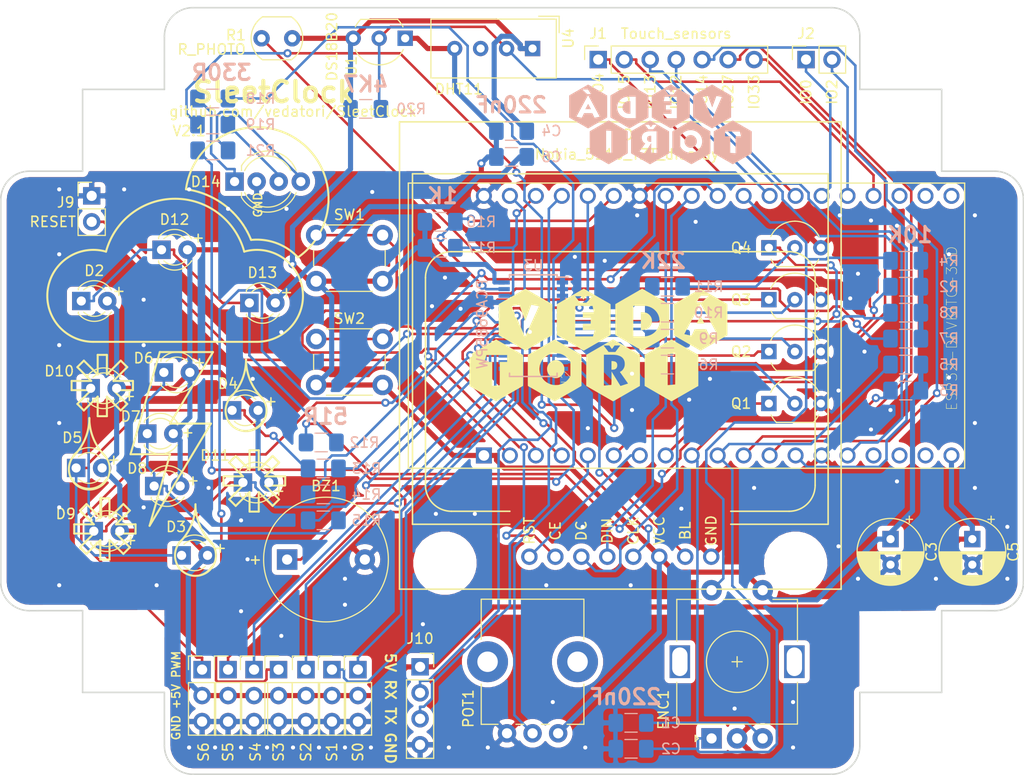
<source format=kicad_pcb>
(kicad_pcb (version 20171130) (host pcbnew "(5.1.2)-1")
  (layers (0 F.Cu signal) (31 B.Cu signal) (34 B.Paste user hide) (35 F.Paste user hide) (36 B.SilkS user) (37 F.SilkS user) (38 B.Mask user hide) (39 F.Mask user hide) (44 Edge.Cuts user))
  (net 0 "")
  (net 1 GND)
  (net 2 +3V3)
  (net 3 "Net-(D10-Pad1)")
  (net 4 "Net-(Q1-Pad2)")
  (net 5 "Net-(Q2-Pad2)")
  (net 6 "Net-(Q3-Pad2)")
  (net 7 "Net-(Q4-Pad2)")
  (net 8 +5V)
  (net 9 "Net-(Q1-Pad1)")
  (net 10 "Net-(Q2-Pad1)")
  (net 11 "Net-(Q3-Pad1)")
  (net 12 "Net-(Q4-Pad1)")
  (net 13 encoderA)
  (net 14 encoderB)
  (net 15 encoderSwitch)
  (net 16 photoresistor)
  (net 17 buzzer)
  (net 18 button1)
  (net 19 flakesLED)
  (net 20 rgbR)
  (net 21 rgbG)
  (net 22 rgbB)
  (net 23 lightningLED)
  (net 24 dropsLED)
  (net 25 cloudLED)
  (net 26 tempData)
  (net 27 potentiometer)
  (net 28 RST)
  (net 29 CE)
  (net 30 DC)
  (net 31 DIN)
  (net 32 CLK)
  (net 33 BL)
  (net 34 "Net-(D14-Pad4)")
  (net 35 "Net-(D14-Pad3)")
  (net 36 "Net-(D14-Pad1)")
  (net 37 touch8)
  (net 38 touch5)
  (net 39 touch6)
  (net 40 touch7)
  (net 41 touch4)
  (net 42 touch3)
  (net 43 touch2)
  (net 44 touch1)
  (net 45 touch0)
  (net 46 servo1)
  (net 47 servo2)
  (net 48 servo0)
  (net 49 servo3)
  (net 50 servo4)
  (net 51 servo5)
  (net 52 servo6)
  (net 53 SDA)
  (net 54 SCL)
  (net 55 EN)
  (net 56 TX)
  (net 57 RX)
  (net 58 "Net-(D12-Pad1)")
  (net 59 "Net-(D3-Pad1)")
  (net 60 "Net-(D6-Pad1)")
  (net 61 button0)
  (net 62 "Net-(U2-Pad38)")
  (net 63 "Net-(U2-Pad37)")
  (net 64 "Net-(U2-Pad36)")
  (net 65 "Net-(U2-Pad18)")
  (net 66 "Net-(U2-Pad17)")
  (net 67 "Net-(U2-Pad16)")
  (net 68 "Net-(U4-Pad3)")
  (module Vedatori_logo_component:Vedatori_25mm (layer F.Cu) (at 58.42 33.02)
    (fp_text reference G*** hide)
    (fp_text value LOGO hide)
  )
  (module Vedatori_logo_component:Vedatori_18mm (layer B.Cu) (at 64.516 11.43 180)
    (fp_text reference . hide)
    (fp_text value . hide)
  )
  (module Connector_PinSocket_2.54mm:PinSocket_1x04_P2.54mm_Vertical (layer F.Cu) (at 41 64.5)
    (fp_text reference J10 (at 0 -2.77) (layer F.SilkS))
    (fp_text value ESP-01_program)
    (pad 4 thru_hole oval (at 0 7.62) (size 1.7 1.7) (drill 1) (layers *.Cu *.Mask) (net 1 GND))
    (pad 3 thru_hole oval (at 0 5.08) (size 1.7 1.7) (drill 1) (layers *.Cu *.Mask) (net 56 TX))
    (pad 2 thru_hole oval (at 0 2.54) (size 1.7 1.7) (drill 1) (layers *.Cu *.Mask) (net 57 RX))
    (pad 1 thru_hole rect (at 0 0) (size 1.7 1.7) (drill 1) (layers *.Cu *.Mask) (net 8 +5V))
  )
  (module Connector_PinHeader_2.54mm:PinHeader_1x02_P2.54mm_Vertical (layer F.Cu) (at 8.89 18.415)
    (fp_text reference J9 (at -2.54 0.635) (layer F.SilkS))
    (fp_text value RESET (at -3.81 2.54) (layer F.SilkS))
    (pad 2 thru_hole oval (at 0 2.54) (size 1.7 1.7) (drill 1) (layers *.Cu *.Mask) (net 55 EN))
    (pad 1 thru_hole rect (at 0 0) (size 1.7 1.7) (drill 1) (layers *.Cu *.Mask) (net 1 GND))
  )
  (module Sensor:Aosong_DHT11_5.5x12.0_P2.54mm (layer F.Cu) (at 52 4 270)
    (fp_text reference U4 (at -1 -3.5 270) (layer F.SilkS))
    (fp_text value DHT11 (at 3.976126 7.203947) (layer F.SilkS))
    (pad 4 thru_hole circle (at 0 7.62 270) (size 1.5 1.5) (drill 0.8) (layers *.Cu *.Mask) (net 1 GND))
    (pad 3 thru_hole circle (at 0 5.08 270) (size 1.5 1.5) (drill 0.8) (layers *.Cu *.Mask) (net 68 "Net-(U4-Pad3)"))
    (pad 2 thru_hole circle (at 0 2.54 270) (size 1.5 1.5) (drill 0.8) (layers *.Cu *.Mask) (net 26 tempData))
    (pad 1 thru_hole rect (at 0 0 270) (size 1.5 1.5) (drill 0.8) (layers *.Cu *.Mask) (net 2 +3V3))
  )
  (module Package_SO:TSSOP-28_4.4x9.7mm_P0.65mm (layer B.Cu) (at 52.07 31.115 180)
    (fp_text reference U3 (at 0 5.9 180) (layer B.SilkS) (effects (justify mirror)))
    (fp_text value PCA9685PW (at 4.993639 0.137163 270) (layer B.SilkS) (effects (justify mirror)))
    (pad 28 smd rect (at 2.85 4.225 180) (size 1.1 0.4) (layers B.Cu B.Paste B.Mask) (net 2 +3V3))
    (pad 27 smd rect (at 2.85 3.575 180) (size 1.1 0.4) (layers B.Cu B.Paste B.Mask) (net 53 SDA))
    (pad 26 smd rect (at 2.85 2.925 180) (size 1.1 0.4) (layers B.Cu B.Paste B.Mask) (net 54 SCL))
    (pad 25 smd rect (at 2.85 2.275 180) (size 1.1 0.4) (layers B.Cu B.Paste B.Mask) (net 1 GND))
    (pad 24 smd rect (at 2.85 1.625 180) (size 1.1 0.4) (layers B.Cu B.Paste B.Mask) (net 1 GND))
    (pad 23 smd rect (at 2.85 0.975 180) (size 1.1 0.4) (layers B.Cu B.Paste B.Mask) (net 1 GND))
    (pad 22 smd rect (at 2.85 0.325 180) (size 1.1 0.4) (layers B.Cu B.Paste B.Mask) (net 52 servo6))
    (pad 21 smd rect (at 2.85 -0.325 180) (size 1.1 0.4) (layers B.Cu B.Paste B.Mask) (net 51 servo5))
    (pad 20 smd rect (at 2.85 -0.975 180) (size 1.1 0.4) (layers B.Cu B.Paste B.Mask) (net 50 servo4))
    (pad 19 smd rect (at 2.85 -1.625 180) (size 1.1 0.4) (layers B.Cu B.Paste B.Mask) (net 49 servo3))
    (pad 18 smd rect (at 2.85 -2.275 180) (size 1.1 0.4) (layers B.Cu B.Paste B.Mask) (net 47 servo2))
    (pad 17 smd rect (at 2.85 -2.925 180) (size 1.1 0.4) (layers B.Cu B.Paste B.Mask) (net 46 servo1))
    (pad 16 smd rect (at 2.85 -3.575 180) (size 1.1 0.4) (layers B.Cu B.Paste B.Mask) (net 48 servo0))
    (pad 15 smd rect (at 2.85 -4.225 180) (size 1.1 0.4) (layers B.Cu B.Paste B.Mask) (net 17 buzzer))
    (pad 14 smd rect (at -2.85 -4.225 180) (size 1.1 0.4) (layers B.Cu B.Paste B.Mask) (net 1 GND))
    (pad 13 smd rect (at -2.85 -3.575 180) (size 1.1 0.4) (layers B.Cu B.Paste B.Mask) (net 33 BL))
    (pad 12 smd rect (at -2.85 -2.925 180) (size 1.1 0.4) (layers B.Cu B.Paste B.Mask) (net 22 rgbB))
    (pad 11 smd rect (at -2.85 -2.275 180) (size 1.1 0.4) (layers B.Cu B.Paste B.Mask) (net 21 rgbG))
    (pad 10 smd rect (at -2.85 -1.625 180) (size 1.1 0.4) (layers B.Cu B.Paste B.Mask) (net 20 rgbR))
    (pad 9 smd rect (at -2.85 -0.975 180) (size 1.1 0.4) (layers B.Cu B.Paste B.Mask) (net 25 cloudLED))
    (pad 8 smd rect (at -2.85 -0.325 180) (size 1.1 0.4) (layers B.Cu B.Paste B.Mask) (net 24 dropsLED))
    (pad 7 smd rect (at -2.85 0.325 180) (size 1.1 0.4) (layers B.Cu B.Paste B.Mask) (net 19 flakesLED))
    (pad 6 smd rect (at -2.85 0.975 180) (size 1.1 0.4) (layers B.Cu B.Paste B.Mask) (net 23 lightningLED))
    (pad 5 smd rect (at -2.85 1.625 180) (size 1.1 0.4) (layers B.Cu B.Paste B.Mask) (net 1 GND))
    (pad 4 smd rect (at -2.85 2.275 180) (size 1.1 0.4) (layers B.Cu B.Paste B.Mask) (net 1 GND))
    (pad 3 smd rect (at -2.85 2.925 180) (size 1.1 0.4) (layers B.Cu B.Paste B.Mask) (net 1 GND))
    (pad 2 smd rect (at -2.85 3.575 180) (size 1.1 0.4) (layers B.Cu B.Paste B.Mask) (net 1 GND))
    (pad 1 smd rect (at -2.85 4.225 180) (size 1.1 0.4) (layers B.Cu B.Paste B.Mask) (net 1 GND))
  )
  (module Resistor_SMD:R_1206_3216Metric_Pad1.42x1.75mm_HandSolder (layer B.Cu) (at 20.7375 13.97 180)
    (fp_text reference R21 (at -4.6625 0) (layer B.SilkS) (effects (justify mirror)))
    (fp_text value 330R)
    (pad 2 smd roundrect (at 1.4875 0 180) (size 1.425 1.75) (layers B.Cu B.Paste B.Mask) (roundrect_rratio 0.175439) (net 22 rgbB))
    (pad 1 smd roundrect (at -1.4875 0 180) (size 1.425 1.75) (layers B.Cu B.Paste B.Mask) (roundrect_rratio 0.175439) (net 34 "Net-(D14-Pad4)"))
  )
  (module Resistor_SMD:R_1206_3216Metric_Pad1.42x1.75mm_HandSolder (layer B.Cu) (at 35.687 9.906 180)
    (fp_text reference R20 (at -4.445 0) (layer B.SilkS) (effects (justify mirror)))
    (fp_text value 4k7)
    (pad 2 smd roundrect (at 1.4875 0 180) (size 1.425 1.75) (layers B.Cu B.Paste B.Mask) (roundrect_rratio 0.175439) (net 2 +3V3))
    (pad 1 smd roundrect (at -1.4875 0 180) (size 1.425 1.75) (layers B.Cu B.Paste B.Mask) (roundrect_rratio 0.175439) (net 26 tempData))
  )
  (module Resistor_SMD:R_1206_3216Metric_Pad1.42x1.75mm_HandSolder (layer B.Cu) (at 20.7225 11.43 180)
    (fp_text reference R19 (at -4.6775 0) (layer B.SilkS) (effects (justify mirror)))
    (fp_text value 330R)
    (pad 2 smd roundrect (at 1.4875 0 180) (size 1.425 1.75) (layers B.Cu B.Paste B.Mask) (roundrect_rratio 0.175439) (net 21 rgbG))
    (pad 1 smd roundrect (at -1.4875 0 180) (size 1.425 1.75) (layers B.Cu B.Paste B.Mask) (roundrect_rratio 0.175439) (net 35 "Net-(D14-Pad3)"))
  )
  (module Resistor_SMD:R_1206_3216Metric_Pad1.42x1.75mm_HandSolder (layer B.Cu) (at 20.7225 8.89)
    (fp_text reference R18 (at 4.6775 0) (layer B.SilkS) (effects (justify mirror)))
    (fp_text value 330R)
    (pad 2 smd roundrect (at 1.4875 0) (size 1.425 1.75) (layers B.Cu B.Paste B.Mask) (roundrect_rratio 0.175439) (net 20 rgbR))
    (pad 1 smd roundrect (at -1.4875 0) (size 1.425 1.75) (layers B.Cu B.Paste B.Mask) (roundrect_rratio 0.175439) (net 36 "Net-(D14-Pad1)"))
  )
  (module Resistor_SMD:R_1206_3216Metric_Pad1.42x1.75mm_HandSolder (layer B.Cu) (at 42.9625 23.495)
    (fp_text reference R17 (at 4.0275 0) (layer B.SilkS) (effects (justify mirror)))
    (fp_text value 1k)
    (pad 2 smd roundrect (at 1.4875 0) (size 1.425 1.75) (layers B.Cu B.Paste B.Mask) (roundrect_rratio 0.175439) (net 54 SCL))
    (pad 1 smd roundrect (at -1.4875 0) (size 1.425 1.75) (layers B.Cu B.Paste B.Mask) (roundrect_rratio 0.175439) (net 2 +3V3))
  )
  (module Resistor_SMD:R_1206_3216Metric_Pad1.42x1.75mm_HandSolder (layer B.Cu) (at 42.9625 20.955)
    (fp_text reference R16 (at 4.0275 0) (layer B.SilkS) (effects (justify mirror)))
    (fp_text value 1k)
    (pad 2 smd roundrect (at 1.4875 0) (size 1.425 1.75) (layers B.Cu B.Paste B.Mask) (roundrect_rratio 0.175439) (net 53 SDA))
    (pad 1 smd roundrect (at -1.4875 0) (size 1.425 1.75) (layers B.Cu B.Paste B.Mask) (roundrect_rratio 0.175439) (net 2 +3V3))
  )
  (module Resistor_SMD:R_1206_3216Metric_Pad1.42x1.75mm_HandSolder (layer B.Cu) (at 31.5325 50.165 180)
    (fp_text reference R15 (at -4.2275 0 180) (layer B.SilkS) (effects (justify mirror)))
    (fp_text value 51R)
    (pad 2 smd roundrect (at 1.4875 0 180) (size 1.425 1.75) (layers B.Cu B.Paste B.Mask) (roundrect_rratio 0.175439) (net 12 "Net-(Q4-Pad1)"))
    (pad 1 smd roundrect (at -1.4875 0 180) (size 1.425 1.75) (layers B.Cu B.Paste B.Mask) (roundrect_rratio 0.175439) (net 60 "Net-(D6-Pad1)"))
  )
  (module Resistor_SMD:R_1206_3216Metric_Pad1.42x1.75mm_HandSolder (layer B.Cu) (at 31.5325 47.625 180)
    (fp_text reference R14 (at -4.2275 0 180) (layer B.SilkS) (effects (justify mirror)))
    (fp_text value 51R)
    (pad 2 smd roundrect (at 1.4875 0 180) (size 1.425 1.75) (layers B.Cu B.Paste B.Mask) (roundrect_rratio 0.175439) (net 11 "Net-(Q3-Pad1)"))
    (pad 1 smd roundrect (at -1.4875 0 180) (size 1.425 1.75) (layers B.Cu B.Paste B.Mask) (roundrect_rratio 0.175439) (net 3 "Net-(D10-Pad1)"))
  )
  (module Resistor_SMD:R_1206_3216Metric_Pad1.42x1.75mm_HandSolder (layer B.Cu) (at 31.5325 45.085)
    (fp_text reference R13 (at 4.2275 0) (layer B.SilkS) (effects (justify mirror)))
    (fp_text value 51R)
    (pad 2 smd roundrect (at 1.4875 0) (size 1.425 1.75) (layers B.Cu B.Paste B.Mask) (roundrect_rratio 0.175439) (net 10 "Net-(Q2-Pad1)"))
    (pad 1 smd roundrect (at -1.4875 0) (size 1.425 1.75) (layers B.Cu B.Paste B.Mask) (roundrect_rratio 0.175439) (net 59 "Net-(D3-Pad1)"))
  )
  (module Resistor_SMD:R_1206_3216Metric_Pad1.42x1.75mm_HandSolder (layer B.Cu) (at 31.3325 42.545 180)
    (fp_text reference R12 (at -4.2275 0 180) (layer B.SilkS) (effects (justify mirror)))
    (fp_text value 51R)
    (pad 2 smd roundrect (at 1.4875 0 180) (size 1.425 1.75) (layers B.Cu B.Paste B.Mask) (roundrect_rratio 0.175439) (net 9 "Net-(Q1-Pad1)"))
    (pad 1 smd roundrect (at -1.4875 0 180) (size 1.425 1.75) (layers B.Cu B.Paste B.Mask) (roundrect_rratio 0.175439) (net 58 "Net-(D12-Pad1)"))
  )
  (module Resistor_SMD:R_1206_3216Metric_Pad1.42x1.75mm_HandSolder (layer B.Cu) (at 65.1875 27.305 180)
    (fp_text reference R11 (at -4.0275 0 180) (layer B.SilkS) (effects (justify mirror)))
    (fp_text value 22k)
    (pad 2 smd roundrect (at 1.4875 0 180) (size 1.425 1.75) (layers B.Cu B.Paste B.Mask) (roundrect_rratio 0.175439) (net 23 lightningLED))
    (pad 1 smd roundrect (at -1.4875 0 180) (size 1.425 1.75) (layers B.Cu B.Paste B.Mask) (roundrect_rratio 0.175439) (net 7 "Net-(Q4-Pad2)"))
  )
  (module Resistor_SMD:R_1206_3216Metric_Pad1.42x1.75mm_HandSolder (layer B.Cu) (at 65.1875 29.845 180)
    (fp_text reference R10 (at -4.0275 0 180) (layer B.SilkS) (effects (justify mirror)))
    (fp_text value 22k)
    (pad 2 smd roundrect (at 1.4875 0 180) (size 1.425 1.75) (layers B.Cu B.Paste B.Mask) (roundrect_rratio 0.175439) (net 19 flakesLED))
    (pad 1 smd roundrect (at -1.4875 0 180) (size 1.425 1.75) (layers B.Cu B.Paste B.Mask) (roundrect_rratio 0.175439) (net 6 "Net-(Q3-Pad2)"))
  )
  (module Resistor_SMD:R_1206_3216Metric_Pad1.42x1.75mm_HandSolder (layer B.Cu) (at 65.1875 32.385 180)
    (fp_text reference R9 (at -4.0275 0) (layer B.SilkS) (effects (justify mirror)))
    (fp_text value 22k)
    (pad 2 smd roundrect (at 1.4875 0 180) (size 1.425 1.75) (layers B.Cu B.Paste B.Mask) (roundrect_rratio 0.175439) (net 24 dropsLED))
    (pad 1 smd roundrect (at -1.4875 0 180) (size 1.425 1.75) (layers B.Cu B.Paste B.Mask) (roundrect_rratio 0.175439) (net 5 "Net-(Q2-Pad2)"))
  )
  (module Resistor_SMD:R_1206_3216Metric_Pad1.42x1.75mm_HandSolder (layer B.Cu) (at 88.4825 29.845)
    (fp_text reference R8 (at 4.2275 0 180) (layer B.SilkS) (effects (justify mirror)))
    (fp_text value 10k)
    (pad 2 smd roundrect (at 1.4875 0) (size 1.425 1.75) (layers B.Cu B.Paste B.Mask) (roundrect_rratio 0.175439) (net 1 GND))
    (pad 1 smd roundrect (at -1.4875 0) (size 1.425 1.75) (layers B.Cu B.Paste B.Mask) (roundrect_rratio 0.175439) (net 18 button1))
  )
  (module Resistor_SMD:R_1206_3216Metric_Pad1.42x1.75mm_HandSolder (layer B.Cu) (at 88.4825 32.385)
    (fp_text reference R7 (at 4.2275 0 180) (layer B.SilkS) (effects (justify mirror)))
    (fp_text value 10k)
    (pad 2 smd roundrect (at 1.4875 0) (size 1.425 1.75) (layers B.Cu B.Paste B.Mask) (roundrect_rratio 0.175439) (net 1 GND))
    (pad 1 smd roundrect (at -1.4875 0) (size 1.425 1.75) (layers B.Cu B.Paste B.Mask) (roundrect_rratio 0.175439) (net 61 button0))
  )
  (module Resistor_SMD:R_1206_3216Metric_Pad1.42x1.75mm_HandSolder (layer B.Cu) (at 65.1875 34.925 180)
    (fp_text reference R6 (at -4.0275 0 180) (layer B.SilkS) (effects (justify mirror)))
    (fp_text value 22k)
    (pad 2 smd roundrect (at 1.4875 0 180) (size 1.425 1.75) (layers B.Cu B.Paste B.Mask) (roundrect_rratio 0.175439) (net 25 cloudLED))
    (pad 1 smd roundrect (at -1.4875 0 180) (size 1.425 1.75) (layers B.Cu B.Paste B.Mask) (roundrect_rratio 0.175439) (net 4 "Net-(Q1-Pad2)"))
  )
  (module Resistor_SMD:R_1206_3216Metric_Pad1.42x1.75mm_HandSolder (layer B.Cu) (at 88.4825 34.925)
    (fp_text reference R5 (at 4.2275 0 180) (layer B.SilkS) (effects (justify mirror)))
    (fp_text value 10k)
    (pad 2 smd roundrect (at 1.4875 0) (size 1.425 1.75) (layers B.Cu B.Paste B.Mask) (roundrect_rratio 0.175439) (net 2 +3V3))
    (pad 1 smd roundrect (at -1.4875 0) (size 1.425 1.75) (layers B.Cu B.Paste B.Mask) (roundrect_rratio 0.175439) (net 14 encoderB))
  )
  (module Resistor_SMD:R_1206_3216Metric_Pad1.42x1.75mm_HandSolder (layer B.Cu) (at 88.4825 24.765)
    (fp_text reference R4 (at 4.2275 0 180) (layer B.SilkS) (effects (justify mirror)))
    (fp_text value 10k)
    (pad 2 smd roundrect (at 1.4875 0) (size 1.425 1.75) (layers B.Cu B.Paste B.Mask) (roundrect_rratio 0.175439) (net 1 GND))
    (pad 1 smd roundrect (at -1.4875 0) (size 1.425 1.75) (layers B.Cu B.Paste B.Mask) (roundrect_rratio 0.175439) (net 15 encoderSwitch))
  )
  (module Resistor_SMD:R_1206_3216Metric_Pad1.42x1.75mm_HandSolder (layer B.Cu) (at 88.4825 37.465)
    (fp_text reference R3 (at 4.2275 0 180) (layer B.SilkS) (effects (justify mirror)))
    (fp_text value 10k)
    (pad 2 smd roundrect (at 1.4875 0) (size 1.425 1.75) (layers B.Cu B.Paste B.Mask) (roundrect_rratio 0.175439) (net 2 +3V3))
    (pad 1 smd roundrect (at -1.4875 0) (size 1.425 1.75) (layers B.Cu B.Paste B.Mask) (roundrect_rratio 0.175439) (net 13 encoderA))
  )
  (module Resistor_SMD:R_1206_3216Metric_Pad1.42x1.75mm_HandSolder (layer B.Cu) (at 88.4825 27.305 180)
    (fp_text reference R2 (at -4.2275 0) (layer B.SilkS) (effects (justify mirror)))
    (fp_text value 10k)
    (pad 2 smd roundrect (at 1.4875 0 180) (size 1.425 1.75) (layers B.Cu B.Paste B.Mask) (roundrect_rratio 0.175439) (net 16 photoresistor))
    (pad 1 smd roundrect (at -1.4875 0 180) (size 1.425 1.75) (layers B.Cu B.Paste B.Mask) (roundrect_rratio 0.175439) (net 1 GND))
  )
  (module Connector_PinHeader_2.54mm:PinHeader_1x03_P2.54mm_Vertical (layer F.Cu) (at 19.685 64.77)
    (fp_text reference S6 (at 0.145 8.065 90) (layer F.SilkS))
    (fp_text value servo6)
    (pad 3 thru_hole oval (at 0 5.08) (size 1.7 1.7) (drill 1) (layers *.Cu *.Mask) (net 1 GND))
    (pad 2 thru_hole oval (at 0 2.54) (size 1.7 1.7) (drill 1) (layers *.Cu *.Mask) (net 8 +5V))
    (pad 1 thru_hole rect (at 0 0) (size 1.7 1.7) (drill 1) (layers *.Cu *.Mask) (net 52 servo6))
  )
  (module Connector_PinHeader_2.54mm:PinHeader_1x03_P2.54mm_Vertical (layer F.Cu) (at 22.225 64.77)
    (fp_text reference S5 (at 0 8.065 90) (layer F.SilkS))
    (fp_text value servo5)
    (pad 3 thru_hole oval (at 0 5.08) (size 1.7 1.7) (drill 1) (layers *.Cu *.Mask) (net 1 GND))
    (pad 2 thru_hole oval (at 0 2.54) (size 1.7 1.7) (drill 1) (layers *.Cu *.Mask) (net 8 +5V))
    (pad 1 thru_hole rect (at 0 0) (size 1.7 1.7) (drill 1) (layers *.Cu *.Mask) (net 51 servo5))
  )
  (module Connector_PinHeader_2.54mm:PinHeader_1x03_P2.54mm_Vertical (layer F.Cu) (at 24.765 64.77)
    (fp_text reference S4 (at 0.145 8.065 90) (layer F.SilkS))
    (fp_text value servo4)
    (pad 3 thru_hole oval (at 0 5.08) (size 1.7 1.7) (drill 1) (layers *.Cu *.Mask) (net 1 GND))
    (pad 2 thru_hole oval (at 0 2.54) (size 1.7 1.7) (drill 1) (layers *.Cu *.Mask) (net 8 +5V))
    (pad 1 thru_hole rect (at 0 0) (size 1.7 1.7) (drill 1) (layers *.Cu *.Mask) (net 50 servo4))
  )
  (module Connector_PinHeader_2.54mm:PinHeader_1x03_P2.54mm_Vertical (layer F.Cu) (at 27.16 64.77)
    (fp_text reference S3 (at 0 8.065 90) (layer F.SilkS))
    (fp_text value servo3)
    (pad 3 thru_hole oval (at 0 5.08) (size 1.7 1.7) (drill 1) (layers *.Cu *.Mask) (net 1 GND))
    (pad 2 thru_hole oval (at 0 2.54) (size 1.7 1.7) (drill 1) (layers *.Cu *.Mask) (net 8 +5V))
    (pad 1 thru_hole rect (at 0 0) (size 1.7 1.7) (drill 1) (layers *.Cu *.Mask) (net 49 servo3))
  )
  (module Connector_PinHeader_2.54mm:PinHeader_1x03_P2.54mm_Vertical (layer F.Cu) (at 29.845 64.77)
    (fp_text reference S2 (at 0 8.065 90) (layer F.SilkS))
    (fp_text value servo2)
    (pad 3 thru_hole oval (at 0 5.08) (size 1.7 1.7) (drill 1) (layers *.Cu *.Mask) (net 1 GND))
    (pad 2 thru_hole oval (at 0 2.54) (size 1.7 1.7) (drill 1) (layers *.Cu *.Mask) (net 8 +5V))
    (pad 1 thru_hole rect (at 0 0) (size 1.7 1.7) (drill 1) (layers *.Cu *.Mask) (net 47 servo2))
  )
  (module Connector_PinHeader_2.54mm:PinHeader_1x03_P2.54mm_Vertical (layer F.Cu) (at 32.385 64.77)
    (fp_text reference S1 (at 0 8.065 90) (layer F.SilkS))
    (fp_text value servo1)
    (pad 3 thru_hole oval (at 0 5.08) (size 1.7 1.7) (drill 1) (layers *.Cu *.Mask) (net 1 GND))
    (pad 2 thru_hole oval (at 0 2.54) (size 1.7 1.7) (drill 1) (layers *.Cu *.Mask) (net 8 +5V))
    (pad 1 thru_hole rect (at 0 0) (size 1.7 1.7) (drill 1) (layers *.Cu *.Mask) (net 46 servo1))
  )
  (module Connector_PinHeader_2.54mm:PinHeader_1x03_P2.54mm_Vertical (layer F.Cu) (at 34.925 64.77)
    (fp_text reference S0 (at 0 8.065 90) (layer F.SilkS))
    (fp_text value servo0)
    (pad 3 thru_hole oval (at 0 5.08) (size 1.7 1.7) (drill 1) (layers *.Cu *.Mask) (net 1 GND))
    (pad 2 thru_hole oval (at 0 2.54) (size 1.7 1.7) (drill 1) (layers *.Cu *.Mask) (net 8 +5V))
    (pad 1 thru_hole rect (at 0 0) (size 1.7 1.7) (drill 1) (layers *.Cu *.Mask) (net 48 servo0))
  )
  (module LED_THT:LED_D5.0mm-4_RGB_Wide_Pins (layer F.Cu) (at 22.86 17.018)
    (fp_text reference D14 (at -2.832279 0.018441) (layer F.SilkS))
    (fp_text value LED_RCGB)
    (pad 4 thru_hole circle (at 6.477 0) (size 1.8 1.8) (drill 0.9) (layers *.Cu *.Mask) (net 34 "Net-(D14-Pad4)"))
    (pad 3 thru_hole circle (at 4.318 0) (size 1.8 1.8) (drill 0.9) (layers *.Cu *.Mask) (net 35 "Net-(D14-Pad3)"))
    (pad 2 thru_hole circle (at 2.159 0) (size 1.8 1.8) (drill 0.9) (layers *.Cu *.Mask) (net 1 GND))
    (pad 1 thru_hole rect (at 0 0) (size 1.8 1.8) (drill 0.9) (layers *.Cu *.Mask) (net 36 "Net-(D14-Pad1)"))
  )
  (module LED_THT:LED_D3.0mm (layer F.Cu) (at 7.874 28.702)
    (fp_text reference D2 (at 1.27 -2.96) (layer F.SilkS))
    (fp_text value LED)
    (pad 2 thru_hole circle (at 2.54 0) (size 1.8 1.8) (drill 0.9) (layers *.Cu *.Mask) (net 8 +5V))
    (pad 1 thru_hole rect (at 0 0) (size 1.8 1.8) (drill 0.9) (layers *.Cu *.Mask) (net 58 "Net-(D12-Pad1)"))
  )
  (module Capacitor_SMD:C_1206_3216Metric_Pad1.42x1.75mm_HandSolder (layer B.Cu) (at 49.9475 14.605 180)
    (fp_text reference C6 (at -3.9025 0 180) (layer B.SilkS) (effects (justify mirror)))
    (fp_text value 220nF)
    (pad 2 smd roundrect (at 1.4875 0 180) (size 1.425 1.75) (layers B.Cu B.Paste B.Mask) (roundrect_rratio 0.175439) (net 1 GND))
    (pad 1 smd roundrect (at -1.4875 0 180) (size 1.425 1.75) (layers B.Cu B.Paste B.Mask) (roundrect_rratio 0.175439) (net 8 +5V))
  )
  (module Capacitor_SMD:C_1206_3216Metric_Pad1.42x1.75mm_HandSolder (layer B.Cu) (at 49.9475 12.065 180)
    (fp_text reference C4 (at -3.9025 0 180) (layer B.SilkS) (effects (justify mirror)))
    (fp_text value 220nF)
    (pad 2 smd roundrect (at 1.4875 0 180) (size 1.425 1.75) (layers B.Cu B.Paste B.Mask) (roundrect_rratio 0.175439) (net 1 GND))
    (pad 1 smd roundrect (at -1.4875 0 180) (size 1.425 1.75) (layers B.Cu B.Paste B.Mask) (roundrect_rratio 0.175439) (net 2 +3V3))
  )
  (module Capacitor_SMD:C_1206_3216Metric_Pad1.42x1.75mm_HandSolder (layer B.Cu) (at 61.6295 72.517 180)
    (fp_text reference C2 (at -3.9025 0 180) (layer B.SilkS) (effects (justify mirror)))
    (fp_text value 220nF)
    (pad 2 smd roundrect (at 1.4875 0 180) (size 1.425 1.75) (layers B.Cu B.Paste B.Mask) (roundrect_rratio 0.175439) (net 1 GND))
    (pad 1 smd roundrect (at -1.4875 0 180) (size 1.425 1.75) (layers B.Cu B.Paste B.Mask) (roundrect_rratio 0.175439) (net 14 encoderB))
  )
  (module Capacitor_SMD:C_1206_3216Metric_Pad1.42x1.75mm_HandSolder (layer B.Cu) (at 61.6295 69.977 180)
    (fp_text reference C1 (at -3.9025 0 180) (layer B.SilkS) (effects (justify mirror)))
    (fp_text value 220nF)
    (pad 2 smd roundrect (at 1.4875 0 180) (size 1.425 1.75) (layers B.Cu B.Paste B.Mask) (roundrect_rratio 0.175439) (net 1 GND))
    (pad 1 smd roundrect (at -1.4875 0 180) (size 1.425 1.75) (layers B.Cu B.Paste B.Mask) (roundrect_rratio 0.175439) (net 13 encoderA))
  )
  (module ESP32-DEVKITC-32D:MODULE_ESP32-DEVKITC-32D (layer F.Cu) (at 67 31.115 90)
    (fp_text reference U2 (at -5.331 -11.67 90) (layer F.SilkS) (effects (font (size 1.00039 1.00039) (thickness 0.05))))
    (fp_text value ESP32-DEVKITC-32D (at -0.2614 26 90) (layer F.SilkS) (effects (font (size 1.00105 1.00105) (thickness 0.05))))
    (pad 38 thru_hole circle (at 12.7 25.96 90) (size 1.56 1.56) (drill 1.04) (layers *.Cu *.Mask) (net 62 "Net-(U2-Pad38)"))
    (pad 37 thru_hole circle (at 12.7 23.42 90) (size 1.56 1.56) (drill 1.04) (layers *.Cu *.Mask) (net 63 "Net-(U2-Pad37)"))
    (pad 36 thru_hole circle (at 12.7 20.88 90) (size 1.56 1.56) (drill 1.04) (layers *.Cu *.Mask) (net 64 "Net-(U2-Pad36)"))
    (pad 35 thru_hole circle (at 12.7 18.34 90) (size 1.56 1.56) (drill 1.04) (layers *.Cu *.Mask) (net 42 touch3))
    (pad 34 thru_hole circle (at 12.7 15.8 90) (size 1.56 1.56) (drill 1.04) (layers *.Cu *.Mask) (net 43 touch2))
    (pad 33 thru_hole circle (at 12.7 13.26 90) (size 1.56 1.56) (drill 1.04) (layers *.Cu *.Mask) (net 44 touch1))
    (pad 32 thru_hole circle (at 12.7 10.72 90) (size 1.56 1.56) (drill 1.04) (layers *.Cu *.Mask) (net 45 touch0))
    (pad 31 thru_hole circle (at 12.7 8.18 90) (size 1.56 1.56) (drill 1.04) (layers *.Cu *.Mask) (net 26 tempData))
    (pad 30 thru_hole circle (at 12.7 5.64 90) (size 1.56 1.56) (drill 1.04) (layers *.Cu *.Mask) (net 15 encoderSwitch))
    (pad 29 thru_hole circle (at 12.7 3.1 90) (size 1.56 1.56) (drill 1.04) (layers *.Cu *.Mask) (net 29 CE))
    (pad 28 thru_hole circle (at 12.7 0.56 90) (size 1.56 1.56) (drill 1.04) (layers *.Cu *.Mask) (net 30 DC))
    (pad 27 thru_hole circle (at 12.7 -1.98 90) (size 1.56 1.56) (drill 1.04) (layers *.Cu *.Mask) (net 31 DIN))
    (pad 26 thru_hole circle (at 12.7 -4.52 90) (size 1.56 1.56) (drill 1.04) (layers *.Cu *.Mask) (net 1 GND))
    (pad 25 thru_hole circle (at 12.7 -7.06 90) (size 1.56 1.56) (drill 1.04) (layers *.Cu *.Mask) (net 53 SDA))
    (pad 24 thru_hole circle (at 12.7 -9.6 90) (size 1.56 1.56) (drill 1.04) (layers *.Cu *.Mask) (net 57 RX))
    (pad 23 thru_hole circle (at 12.7 -12.14 90) (size 1.56 1.56) (drill 1.04) (layers *.Cu *.Mask) (net 56 TX))
    (pad 22 thru_hole circle (at 12.7 -14.68 90) (size 1.56 1.56) (drill 1.04) (layers *.Cu *.Mask) (net 54 SCL))
    (pad 21 thru_hole circle (at 12.7 -17.22 90) (size 1.56 1.56) (drill 1.04) (layers *.Cu *.Mask) (net 32 CLK))
    (pad 20 thru_hole circle (at 12.7 -19.76 90) (size 1.56 1.56) (drill 1.04) (layers *.Cu *.Mask) (net 1 GND))
    (pad 18 thru_hole circle (at -12.7 23.42 90) (size 1.56 1.56) (drill 1.04) (layers *.Cu *.Mask) (net 65 "Net-(U2-Pad18)"))
    (pad 17 thru_hole circle (at -12.7 20.88 90) (size 1.56 1.56) (drill 1.04) (layers *.Cu *.Mask) (net 66 "Net-(U2-Pad17)"))
    (pad 16 thru_hole circle (at -12.7 18.34 90) (size 1.56 1.56) (drill 1.04) (layers *.Cu *.Mask) (net 67 "Net-(U2-Pad16)"))
    (pad 15 thru_hole circle (at -12.7 15.8 90) (size 1.56 1.56) (drill 1.04) (layers *.Cu *.Mask) (net 41 touch4))
    (pad 14 thru_hole circle (at -12.7 13.26 90) (size 1.56 1.56) (drill 1.04) (layers *.Cu *.Mask) (net 1 GND))
    (pad 13 thru_hole circle (at -12.7 10.72 90) (size 1.56 1.56) (drill 1.04) (layers *.Cu *.Mask) (net 38 touch5))
    (pad 12 thru_hole circle (at -12.7 8.18 90) (size 1.56 1.56) (drill 1.04) (layers *.Cu *.Mask) (net 39 touch6))
    (pad 11 thru_hole circle (at -12.7 5.64 90) (size 1.56 1.56) (drill 1.04) (layers *.Cu *.Mask) (net 40 touch7))
    (pad 10 thru_hole circle (at -12.7 3.1 90) (size 1.56 1.56) (drill 1.04) (layers *.Cu *.Mask) (net 14 encoderB))
    (pad 9 thru_hole circle (at -12.7 0.56 90) (size 1.56 1.56) (drill 1.04) (layers *.Cu *.Mask) (net 13 encoderA))
    (pad 8 thru_hole circle (at -12.7 -1.98 90) (size 1.56 1.56) (drill 1.04) (layers *.Cu *.Mask) (net 37 touch8))
    (pad 7 thru_hole circle (at -12.7 -4.52 90) (size 1.56 1.56) (drill 1.04) (layers *.Cu *.Mask) (net 28 RST))
    (pad 6 thru_hole circle (at -12.7 -7.06 90) (size 1.56 1.56) (drill 1.04) (layers *.Cu *.Mask) (net 16 photoresistor))
    (pad 5 thru_hole circle (at -12.7 -9.6 90) (size 1.56 1.56) (drill 1.04) (layers *.Cu *.Mask) (net 27 potentiometer))
    (pad 4 thru_hole circle (at -12.7 -12.14 90) (size 1.56 1.56) (drill 1.04) (layers *.Cu *.Mask) (net 18 button1))
    (pad 3 thru_hole circle (at -12.7 -14.68 90) (size 1.56 1.56) (drill 1.04) (layers *.Cu *.Mask) (net 61 button0))
    (pad 19 thru_hole circle (at -12.7 25.96 90) (size 1.56 1.56) (drill 1.04) (layers *.Cu *.Mask) (net 8 +5V))
    (pad 2 thru_hole circle (at -12.7 -17.22 90) (size 1.56 1.56) (drill 1.04) (layers *.Cu *.Mask) (net 55 EN))
    (pad 1 thru_hole rect (at -12.7 -19.76 90) (size 1.56 1.56) (drill 1.04) (layers *.Cu *.Mask) (net 2 +3V3))
  )
  (module MountingHole:MountingHole_3.2mm_M3 (layer F.Cu) (at 88 63)
    (fp_text reference H4)
    (fp_text value MountingHole)
    (pad 1 np_thru_hole circle (at 0 0) (size 3.2 3.2) (drill 3.2) (layers *.Cu *.Mask))
  )
  (module MountingHole:MountingHole_3.2mm_M3 (layer F.Cu) (at 12 63)
    (fp_text reference H3)
    (fp_text value MountingHole)
    (pad 1 np_thru_hole circle (at 0 0) (size 3.2 3.2) (drill 3.2) (layers *.Cu *.Mask))
  )
  (module MountingHole:MountingHole_3.2mm_M3 (layer F.Cu) (at 88 12)
    (fp_text reference H2)
    (fp_text value MountingHole)
    (pad 1 np_thru_hole circle (at 0 0) (size 3.2 3.2) (drill 3.2) (layers *.Cu *.Mask))
  )
  (module MountingHole:MountingHole_3.2mm_M3 (layer F.Cu) (at 12 12)
    (fp_text reference H1)
    (fp_text value MountingHole)
    (pad 1 np_thru_hole circle (at 0 0) (size 3.2 3.2) (drill 3.2) (layers *.Cu *.Mask))
  )
  (module Capacitor_THT:CP_Radial_D6.3mm_P2.50mm (layer F.Cu) (at 95 52 270)
    (fp_text reference C5 (at 1.25 -4 270) (layer F.SilkS))
    (fp_text value 100uF)
    (pad 2 thru_hole circle (at 2.5 0 270) (size 1.6 1.6) (drill 0.8) (layers *.Cu *.Mask) (net 1 GND))
    (pad 1 thru_hole rect (at 0 0 270) (size 1.6 1.6) (drill 0.8) (layers *.Cu *.Mask) (net 8 +5V))
  )
  (module Capacitor_THT:CP_Radial_D6.3mm_P2.50mm (layer F.Cu) (at 87 52 270)
    (fp_text reference C3 (at 1.25 -4 270) (layer F.SilkS))
    (fp_text value 100uF)
    (pad 2 thru_hole circle (at 2.5 0 270) (size 1.6 1.6) (drill 0.8) (layers *.Cu *.Mask) (net 1 GND))
    (pad 1 thru_hole rect (at 0 0 270) (size 1.6 1.6) (drill 0.8) (layers *.Cu *.Mask) (net 2 +3V3))
  )
  (module Buzzer_Beeper:Buzzer_12x9.5RM7.6 (layer F.Cu) (at 28 54)
    (fp_text reference BZ1 (at 3.8 -7.2) (layer F.SilkS))
    (fp_text value Buzzer)
    (fp_text user + (at -3.108 -0.025) (layer F.SilkS))
    (pad 2 thru_hole circle (at 7.6 0) (size 2 2) (drill 1) (layers *.Cu *.Mask) (net 1 GND))
    (pad 1 thru_hole rect (at 0 0) (size 2 2) (drill 1) (layers *.Cu *.Mask) (net 17 buzzer))
  )
  (module OptoDevice:R_LDR_5.0x4.1mm_P3mm_Vertical (layer F.Cu) (at 25.5 3)
    (fp_text reference R1 (at -2.507424 -0.311617) (layer F.SilkS))
    (fp_text value R_PHOTO (at -4.881852 1.088045 180) (layer F.SilkS))
    (pad 2 thru_hole circle (at 3 0) (size 1.6 1.6) (drill 0.8) (layers *.Cu *.Mask) (net 2 +3V3))
    (pad 1 thru_hole circle (at 0 0) (size 1.6 1.6) (drill 0.8) (layers *.Cu *.Mask) (net 16 photoresistor))
  )
  (module Potentiometer_THT:Potentiometer_Alps_RK09K_Single_Vertical (layer F.Cu) (at 54.5 71 90)
    (fp_text reference POT1 (at 2.42 -8.78 90) (layer F.SilkS))
    (fp_text value R_POT)
    (pad "" np_thru_hole circle (at 7 1.9 90) (size 4 4) (drill 2) (layers *.Cu *.Mask))
    (pad "" np_thru_hole circle (at 7 -6.9 90) (size 4 4) (drill 2) (layers *.Cu *.Mask))
    (pad 1 thru_hole circle (at 0 0 90) (size 1.8 1.8) (drill 1) (layers *.Cu *.Mask) (net 2 +3V3))
    (pad 2 thru_hole circle (at 0 -2.5 90) (size 1.8 1.8) (drill 1) (layers *.Cu *.Mask) (net 27 potentiometer))
    (pad 3 thru_hole circle (at 0 -5 90) (size 1.8 1.8) (drill 1) (layers *.Cu *.Mask) (net 1 GND))
  )
  (module Rotary_Encoder:RotaryEncoder_Alps_EC11E-Switch_Vertical_H20mm (layer F.Cu) (at 69.5 71.5 90)
    (fp_text reference ENC1 (at 2.8 -4.7 90) (layer F.SilkS))
    (fp_text value Rotary_Encoder_Switch)
    (pad A thru_hole rect (at 0 0 90) (size 2 2) (drill 1) (layers *.Cu *.Mask) (net 14 encoderB))
    (pad C thru_hole circle (at 0 2.5 90) (size 2 2) (drill 1) (layers *.Cu *.Mask) (net 1 GND))
    (pad B thru_hole circle (at 0 5 90) (size 2 2) (drill 1) (layers *.Cu *.Mask) (net 13 encoderA))
    (pad MP thru_hole rect (at 7.5 -3.1 90) (size 3.2 2) (drill oval 2.8 1.5) (layers *.Cu *.Mask))
    (pad MP thru_hole rect (at 7.5 8.1 90) (size 3.2 2) (drill oval 2.8 1.5) (layers *.Cu *.Mask))
    (pad S2 thru_hole circle (at 14.5 0 90) (size 2 2) (drill 1) (layers *.Cu *.Mask) (net 15 encoderSwitch))
    (pad S1 thru_hole circle (at 14.5 5 90) (size 2 2) (drill 1) (layers *.Cu *.Mask) (net 2 +3V3))
  )
  (module Button_Switch_THT:SW_PUSH_6mm_H13mm (layer F.Cu) (at 30.84 22.26)
    (fp_text reference SW1 (at 3.25 -2) (layer F.SilkS))
    (fp_text value SW_Push)
    (pad 1 thru_hole circle (at 6.5 0 90) (size 2 2) (drill 1.1) (layers *.Cu *.Mask) (net 61 button0))
    (pad 2 thru_hole circle (at 6.5 4.5 90) (size 2 2) (drill 1.1) (layers *.Cu *.Mask) (net 2 +3V3))
    (pad 1 thru_hole circle (at 0 0 90) (size 2 2) (drill 1.1) (layers *.Cu *.Mask) (net 61 button0))
    (pad 2 thru_hole circle (at 0 4.5 90) (size 2 2) (drill 1.1) (layers *.Cu *.Mask) (net 2 +3V3))
  )
  (module Button_Switch_THT:SW_PUSH_6mm_H13mm (layer F.Cu) (at 30.84 32.42)
    (fp_text reference SW2 (at 3.25 -2) (layer F.SilkS))
    (fp_text value SW_Push)
    (pad 1 thru_hole circle (at 6.5 0 90) (size 2 2) (drill 1.1) (layers *.Cu *.Mask) (net 18 button1))
    (pad 2 thru_hole circle (at 6.5 4.5 90) (size 2 2) (drill 1.1) (layers *.Cu *.Mask) (net 2 +3V3))
    (pad 1 thru_hole circle (at 0 0 90) (size 2 2) (drill 1.1) (layers *.Cu *.Mask) (net 18 button1))
    (pad 2 thru_hole circle (at 0 4.5 90) (size 2 2) (drill 1.1) (layers *.Cu *.Mask) (net 2 +3V3))
  )
  (module Package_TO_SOT_THT:TO-92_Inline_Wide (layer F.Cu) (at 39.54 3 180)
    (fp_text reference U1 (at 5.25 -2.715 270) (layer F.SilkS))
    (fp_text value DS18B20 (at 7.155 -0.81 90) (layer F.SilkS))
    (pad 1 thru_hole rect (at 0 0 270) (size 1.5 1.5) (drill 0.8) (layers *.Cu *.Mask) (net 1 GND))
    (pad 3 thru_hole circle (at 5.08 0 270) (size 1.5 1.5) (drill 0.8) (layers *.Cu *.Mask) (net 2 +3V3))
    (pad 2 thru_hole circle (at 2.54 0 270) (size 1.5 1.5) (drill 0.8) (layers *.Cu *.Mask) (net 26 tempData))
  )
  (module LED_THT:LED_D3.0mm (layer F.Cu) (at 17.68 53.59)
    (fp_text reference D3 (at -0.535 -2.79) (layer F.SilkS))
    (fp_text value LED)
    (pad 2 thru_hole circle (at 2.54 0) (size 1.8 1.8) (drill 0.9) (layers *.Cu *.Mask) (net 8 +5V))
    (pad 1 thru_hole rect (at 0 0) (size 1.8 1.8) (drill 0.9) (layers *.Cu *.Mask) (net 59 "Net-(D3-Pad1)"))
  )
  (module LED_THT:LED_D3.0mm (layer F.Cu) (at 22.62 39.4)
    (fp_text reference D4 (at -0.4064 -2.6162) (layer F.SilkS))
    (fp_text value LED)
    (pad 2 thru_hole circle (at 2.54 0) (size 1.8 1.8) (drill 0.9) (layers *.Cu *.Mask) (net 8 +5V))
    (pad 1 thru_hole rect (at 0 0) (size 1.8 1.8) (drill 0.9) (layers *.Cu *.Mask) (net 59 "Net-(D3-Pad1)"))
  )
  (module LED_THT:LED_D3.0mm (layer F.Cu) (at 7.37 45.04)
    (fp_text reference D5 (at -0.385 -2.96) (layer F.SilkS))
    (fp_text value LED)
    (pad 2 thru_hole circle (at 2.54 0) (size 1.8 1.8) (drill 0.9) (layers *.Cu *.Mask) (net 8 +5V))
    (pad 1 thru_hole rect (at 0 0) (size 1.8 1.8) (drill 0.9) (layers *.Cu *.Mask) (net 59 "Net-(D3-Pad1)"))
  )
  (module LED_THT:LED_D3.0mm (layer F.Cu) (at 15.95 35.69)
    (fp_text reference D6 (at -1.98 -1.4) (layer F.SilkS))
    (fp_text value LED)
    (pad 2 thru_hole circle (at 2.54 0) (size 1.8 1.8) (drill 0.9) (layers *.Cu *.Mask) (net 8 +5V))
    (pad 1 thru_hole rect (at 0 0) (size 1.8 1.8) (drill 0.9) (layers *.Cu *.Mask) (net 60 "Net-(D6-Pad1)"))
  )
  (module LED_THT:LED_D3.0mm (layer F.Cu) (at 14.33 41.68)
    (fp_text reference D7 (at -1.63 -1.675) (layer F.SilkS))
    (fp_text value LED)
    (pad 2 thru_hole circle (at 2.54 0) (size 1.8 1.8) (drill 0.9) (layers *.Cu *.Mask) (net 8 +5V))
    (pad 1 thru_hole rect (at 0 0) (size 1.8 1.8) (drill 0.9) (layers *.Cu *.Mask) (net 60 "Net-(D6-Pad1)"))
  )
  (module LED_THT:LED_D3.0mm (layer F.Cu) (at 15 46.81)
    (fp_text reference D8 (at -1.665 -1.725) (layer F.SilkS))
    (fp_text value LED)
    (pad 2 thru_hole circle (at 2.54 0) (size 1.8 1.8) (drill 0.9) (layers *.Cu *.Mask) (net 8 +5V))
    (pad 1 thru_hole rect (at 0 0) (size 1.8 1.8) (drill 0.9) (layers *.Cu *.Mask) (net 60 "Net-(D6-Pad1)"))
  )
  (module LED_THT:LED_D3.0mm (layer F.Cu) (at 9.1 51.22)
    (fp_text reference D9 (at -2.75 -1.69) (layer F.SilkS))
    (fp_text value LED)
    (pad 2 thru_hole circle (at 2.54 0) (size 1.8 1.8) (drill 0.9) (layers *.Cu *.Mask) (net 8 +5V))
    (pad 1 thru_hole rect (at 0 0) (size 1.8 1.8) (drill 0.9) (layers *.Cu *.Mask) (net 3 "Net-(D10-Pad1)"))
  )
  (module LED_THT:LED_D3.0mm (layer F.Cu) (at 8.79 37.24)
    (fp_text reference D10 (at -3.075 -1.68) (layer F.SilkS))
    (fp_text value LED)
    (pad 2 thru_hole circle (at 2.54 0) (size 1.8 1.8) (drill 0.9) (layers *.Cu *.Mask) (net 8 +5V))
    (pad 1 thru_hole rect (at 0 0) (size 1.8 1.8) (drill 0.9) (layers *.Cu *.Mask) (net 3 "Net-(D10-Pad1)"))
  )
  (module LED_THT:LED_D3.0mm (layer F.Cu) (at 23.68 46.46)
    (fp_text reference D11 (at -2.725 -2.645) (layer F.SilkS))
    (fp_text value LED)
    (pad 2 thru_hole circle (at 2.54 0) (size 1.8 1.8) (drill 0.9) (layers *.Cu *.Mask) (net 8 +5V))
    (pad 1 thru_hole rect (at 0 0) (size 1.8 1.8) (drill 0.9) (layers *.Cu *.Mask) (net 3 "Net-(D10-Pad1)"))
  )
  (module LED_THT:LED_D3.0mm (layer F.Cu) (at 15.72 23.69)
    (fp_text reference D12 (at 1.27 -2.96) (layer F.SilkS))
    (fp_text value LED)
    (pad 2 thru_hole circle (at 2.54 0) (size 1.8 1.8) (drill 0.9) (layers *.Cu *.Mask) (net 8 +5V))
    (pad 1 thru_hole rect (at 0 0) (size 1.8 1.8) (drill 0.9) (layers *.Cu *.Mask) (net 58 "Net-(D12-Pad1)"))
  )
  (module LED_THT:LED_D3.0mm (layer F.Cu) (at 24.31 28.89)
    (fp_text reference D13 (at 1.27 -2.96) (layer F.SilkS))
    (fp_text value LED)
    (pad 2 thru_hole circle (at 2.54 0) (size 1.8 1.8) (drill 0.9) (layers *.Cu *.Mask) (net 8 +5V))
    (pad 1 thru_hole rect (at 0 0) (size 1.8 1.8) (drill 0.9) (layers *.Cu *.Mask) (net 58 "Net-(D12-Pad1)"))
  )
  (module Package_TO_SOT_THT:TO-92_Inline_Wide (layer F.Cu) (at 75.1088 38.735)
    (fp_text reference Q1 (at -2.7188 0 180) (layer F.SilkS))
    (fp_text value BC547)
    (pad 1 thru_hole rect (at 0 0 90) (size 1.5 1.5) (drill 0.8) (layers *.Cu *.Mask) (net 9 "Net-(Q1-Pad1)"))
    (pad 3 thru_hole circle (at 5.08 0 90) (size 1.5 1.5) (drill 0.8) (layers *.Cu *.Mask) (net 1 GND))
    (pad 2 thru_hole circle (at 2.54 0 90) (size 1.5 1.5) (drill 0.8) (layers *.Cu *.Mask) (net 4 "Net-(Q1-Pad2)"))
  )
  (module Package_TO_SOT_THT:TO-92_Inline_Wide (layer F.Cu) (at 75.1088 33.655)
    (fp_text reference Q2 (at -2.7188 0 180) (layer F.SilkS))
    (fp_text value BC547)
    (pad 1 thru_hole rect (at 0 0 90) (size 1.5 1.5) (drill 0.8) (layers *.Cu *.Mask) (net 10 "Net-(Q2-Pad1)"))
    (pad 3 thru_hole circle (at 5.08 0 90) (size 1.5 1.5) (drill 0.8) (layers *.Cu *.Mask) (net 1 GND))
    (pad 2 thru_hole circle (at 2.54 0 90) (size 1.5 1.5) (drill 0.8) (layers *.Cu *.Mask) (net 5 "Net-(Q2-Pad2)"))
  )
  (module Package_TO_SOT_THT:TO-92_Inline_Wide (layer F.Cu) (at 75.1088 28.575)
    (fp_text reference Q3 (at -2.7188 0 180) (layer F.SilkS))
    (fp_text value BC547)
    (pad 1 thru_hole rect (at 0 0 90) (size 1.5 1.5) (drill 0.8) (layers *.Cu *.Mask) (net 11 "Net-(Q3-Pad1)"))
    (pad 3 thru_hole circle (at 5.08 0 90) (size 1.5 1.5) (drill 0.8) (layers *.Cu *.Mask) (net 1 GND))
    (pad 2 thru_hole circle (at 2.54 0 90) (size 1.5 1.5) (drill 0.8) (layers *.Cu *.Mask) (net 6 "Net-(Q3-Pad2)"))
  )
  (module Package_TO_SOT_THT:TO-92_Inline_Wide (layer F.Cu) (at 75.1088 23.495)
    (fp_text reference Q4 (at -2.7188 0 180) (layer F.SilkS))
    (fp_text value BC547)
    (pad 1 thru_hole rect (at 0 0 90) (size 1.5 1.5) (drill 0.8) (layers *.Cu *.Mask) (net 12 "Net-(Q4-Pad1)"))
    (pad 3 thru_hole circle (at 5.08 0 90) (size 1.5 1.5) (drill 0.8) (layers *.Cu *.Mask) (net 1 GND))
    (pad 2 thru_hole circle (at 2.54 0 90) (size 1.5 1.5) (drill 0.8) (layers *.Cu *.Mask) (net 7 "Net-(Q4-Pad2)"))
  )
  (module Connector_PinSocket_2.54mm:PinSocket_1x07_P2.54mm_Vertical (layer F.Cu) (at 58.42 5.08 90)
    (fp_text reference J1 (at 2.54 0 180) (layer F.SilkS))
    (fp_text value Touch_sensors (at 2.54 7.62 180) (layer F.SilkS))
    (pad 7 thru_hole oval (at 0 15.24 90) (size 1.7 1.7) (drill 1) (layers *.Cu *.Mask) (net 37 touch8))
    (pad 6 thru_hole oval (at 0 12.7 90) (size 1.7 1.7) (drill 1) (layers *.Cu *.Mask) (net 40 touch7))
    (pad 5 thru_hole oval (at 0 10.16 90) (size 1.7 1.7) (drill 1) (layers *.Cu *.Mask) (net 39 touch6))
    (pad 4 thru_hole oval (at 0 7.62 90) (size 1.7 1.7) (drill 1) (layers *.Cu *.Mask) (net 38 touch5))
    (pad 3 thru_hole oval (at 0 5.08 90) (size 1.7 1.7) (drill 1) (layers *.Cu *.Mask) (net 41 touch4))
    (pad 2 thru_hole oval (at 0 2.54 90) (size 1.7 1.7) (drill 1) (layers *.Cu *.Mask) (net 42 touch3))
    (pad 1 thru_hole rect (at 0 0 90) (size 1.7 1.7) (drill 1) (layers *.Cu *.Mask) (net 45 touch0))
  )
  (module "ESP32 dev board:Nokia_5110_TZT_display" (layer F.Cu) (at 38.989 11.176)
    (fp_text reference D1 (at 22.86 1.27) (layer F.SilkS))
    (fp_text value Nokia_5110_TZT_display (at 22.225 3.175) (layer F.SilkS))
    (fp_text user GND (at 30.48 40.005 90) (layer F.SilkS))
    (fp_text user BL (at 27.94 40.005 90) (layer F.SilkS))
    (fp_text user VCC (at 25.4 40.005 90) (layer F.SilkS))
    (fp_text user CLK (at 22.86 40.005 90) (layer F.SilkS))
    (fp_text user DIN (at 20.32 40.005 90) (layer F.SilkS))
    (fp_text user DC (at 17.78 40.005 90) (layer F.SilkS))
    (fp_text user CE (at 15.24 40.005 90) (layer F.SilkS))
    (fp_text user RST (at 12.7 40.005 90) (layer F.SilkS))
    (pad 8 thru_hole circle (at 30.48 42.545) (size 1.6 1.6) (drill 1) (layers *.Cu *.Mask) (net 1 GND) (clearance 0.25))
    (pad 7 thru_hole circle (at 27.94 42.545) (size 1.6 1.6) (drill 1) (layers *.Cu *.Mask) (net 33 BL) (clearance 0.25))
    (pad 6 thru_hole circle (at 25.4 42.545) (size 1.6 1.6) (drill 1) (layers *.Cu *.Mask) (net 2 +3V3) (clearance 0.25))
    (pad 5 thru_hole circle (at 22.86 42.545) (size 1.6 1.6) (drill 1) (layers *.Cu *.Mask) (net 32 CLK) (clearance 0.25))
    (pad 4 thru_hole circle (at 20.32 42.545) (size 1.6 1.6) (drill 1) (layers *.Cu *.Mask) (net 31 DIN) (clearance 0.25))
    (pad 3 thru_hole circle (at 17.78 42.545) (size 1.6 1.6) (drill 1) (layers *.Cu *.Mask) (net 30 DC) (clearance 0.25))
    (pad 2 thru_hole circle (at 15.24 42.545) (size 1.6 1.6) (drill 1) (layers *.Cu *.Mask) (net 29 CE) (clearance 0.25))
    (pad 1 thru_hole circle (at 12.7 42.545) (size 1.6 1.6) (drill 1) (layers *.Cu *.Mask) (net 28 RST) (clearance 0.25))
    (pad "" np_thru_hole circle (at 4.445 2.54) (size 3.2 3.2) (drill 3.2) (layers *.Cu *.Mask) (clearance 1.5))
    (pad "" np_thru_hole circle (at 38.735 43.18) (size 3.2 3.2) (drill 3.2) (layers *.Cu *.Mask) (clearance 1.5))
    (pad "" np_thru_hole circle (at 4.445 43.18) (size 3.2 3.2) (drill 3.2) (layers *.Cu *.Mask) (clearance 1.5))
    (pad "" np_thru_hole circle (at 38.735 2.54) (size 3.2 3.2) (drill 3.2) (layers *.Cu *.Mask) (clearance 1.5))
  )
  (module Connector_PinSocket_2.54mm:PinSocket_1x02_P2.54mm_Vertical (layer F.Cu) (at 78.74 5.08 90)
    (fp_text reference J2 (at 2.54 0 180) (layer F.SilkS))
    (fp_text value Conn_01x02_Female)
    (pad 1 thru_hole rect (at 0 0 90) (size 1.7 1.7) (drill 1) (layers *.Cu *.Mask) (net 44 touch1))
    (pad 2 thru_hole oval (at 0 2.54 90) (size 1.7 1.7) (drill 1) (layers *.Cu *.Mask) (net 43 touch2))
  )
  (gr_arc (start 97.2058 56.2102) (end 97.2058 59.0042) (angle -90) (layer Edge.Cuts) (width 0.15))
  (gr_arc (start 81.2038 72.2122) (end 81.2038 75.0062) (angle -90) (layer Edge.Cuts) (width 0.15))
  (gr_arc (start 18.796 72.2122) (end 16.002 72.2122) (angle -90) (layer Edge.Cuts) (width 0.15))
  (gr_arc (start 2.794 56.2102) (end 0 56.2102) (angle -90) (layer Edge.Cuts) (width 0.15))
  (gr_arc (start 2.794 18.796) (end 2.794 16.002) (angle -90) (layer Edge.Cuts) (width 0.15))
  (gr_arc (start 18.796 2.794) (end 18.796 0) (angle -90) (layer Edge.Cuts) (width 0.15))
  (gr_arc (start 81.2038 2.794) (end 83.9978 2.794) (angle -90) (layer Edge.Cuts) (width 0.15))
  (gr_arc (start 97.206 18.796) (end 100 18.796) (angle -90) (layer Edge.Cuts) (width 0.15))
  (gr_text IO2 (at 81.28 8.255 90) (layer F.SilkS) (effects (font (size 1 1))))
  (gr_text IO0 (at 78.74 8.255 90) (layer F.SilkS) (effects (font (size 1 1))))
  (gr_text GND (at 25.146 19.304 90) (layer F.SilkS) (effects (font (size 0.8 0.8))))
  (gr_text + (at 11.557 27.686) (layer F.SilkS) (effects (font (size 1 1))))
  (gr_text + (at 11.049 44.196) (layer F.SilkS) (effects (font (size 1 1))))
  (gr_text + (at 12.7 52.07) (layer F.SilkS) (effects (font (size 1 1))))
  (gr_text + (at 27.94 27.813) (layer F.SilkS) (effects (font (size 1 1))))
  (gr_text + (at 19.431 34.671) (layer F.SilkS) (effects (font (size 1 1))))
  (gr_text + (at 21.463 52.832) (layer F.SilkS) (effects (font (size 1 1))))
  (gr_text + (at 18.288 41.529) (layer F.SilkS) (effects (font (size 1 1))))
  (gr_text + (at 12.573 37.973) (layer F.SilkS) (effects (font (size 1 1))))
  (gr_text + (at 26.416 38.481) (layer F.SilkS) (effects (font (size 1 1))))
  (gr_text + (at 27.178 47.244) (layer F.SilkS) (effects (font (size 1 1))))
  (gr_text + (at 18.796 46.228) (layer F.SilkS) (effects (font (size 1 1))))
  (gr_text + (at 19.304 22.479) (layer F.SilkS) (effects (font (size 1 1))))
  (gr_text 220nF (at 49.911 9.525) (layer B.SilkS) (effects (font (size 1.5 1.5) (thickness 0.3)) (justify mirror)))
  (gr_text github.com/vedatori/SleetClock (at 28.575 10.16) (layer F.SilkS) (effects (font (size 1 1))))
  (gr_text V2.1 (at 18.415 12.065) (layer F.SilkS) (effects (font (size 1 1))))
  (gr_text IO33 (at 73.66 8.255 90) (layer F.SilkS) (effects (font (size 1 1))))
  (gr_text IO27 (at 71.12 8.255 90) (layer F.SilkS) (effects (font (size 1 1))))
  (gr_text IO14 (at 68.58 8.255 90) (layer F.SilkS) (effects (font (size 1 1))))
  (gr_text IO12 (at 66.04 8.255 90) (layer F.SilkS) (effects (font (size 1 1))))
  (gr_text IO13 (at 63.5 8.255 90) (layer F.SilkS) (effects (font (size 1 1))))
  (gr_text IO15 (at 60.96 8.255 90) (layer F.SilkS) (effects (font (size 1 1))))
  (gr_text IO4 (at 58.42 7.62 90) (layer F.SilkS) (effects (font (size 1 1))))
  (gr_line (start 25.226292 47.396546) (end 25.226292 49.31015) (layer F.SilkS) (width 0.2))
  (gr_line (start 24.326292 47.396546) (end 22.97317 48.749668) (layer F.SilkS) (width 0.2))
  (gr_curve (pts (xy 24.105946 21.927634) (xy 24.044001 21.811711) (xy 23.979089 21.697111) (xy 23.911481 21.584329)) (layer F.SilkS) (width 0.2))
  (gr_curve (pts (xy 24.478182 22.727537) (xy 24.466263 22.697729) (xy 24.454164 22.667987) (xy 24.441884 22.638315)) (layer F.SilkS) (width 0.2))
  (gr_line (start 24.326292 43.31015) (end 24.326292 45.223754) (layer F.SilkS) (width 0.2))
  (gr_line (start 25.226292 43.31015) (end 24.326292 43.31015) (layer F.SilkS) (width 0.2))
  (gr_line (start 22.97317 48.749668) (end 22.336774 48.113272) (layer F.SilkS) (width 0.2))
  (gr_line (start 25.226292 43.31015) (end 25.226292 45.223754) (layer F.SilkS) (width 0.2))
  (gr_line (start 27.215811 48.113272) (end 25.862688 46.76015) (layer F.SilkS) (width 0.2))
  (gr_curve (pts (xy 23.700675 21.251549) (xy 23.554885 21.033478) (xy 23.398731 20.823114) (xy 23.232872 20.621115)) (layer F.SilkS) (width 0.2))
  (gr_curve (pts (xy 23.911481 21.584329) (xy 23.843873 21.471547) (xy 23.773569 21.360585) (xy 23.700675 21.251549)) (layer F.SilkS) (width 0.2))
  (gr_curve (pts (xy 23.232872 20.621115) (xy 23.067013 20.419116) (xy 22.891449 20.225482) (xy 22.706849 20.040882)) (layer F.SilkS) (width 0.2))
  (gr_line (start 26.579415 43.870631) (end 25.226292 45.223754) (layer F.SilkS) (width 0.2))
  (gr_line (start 27.215811 44.507027) (end 26.579415 43.870631) (layer F.SilkS) (width 0.2))
  (gr_line (start 25.226292 49.31015) (end 24.326292 49.31015) (layer F.SilkS) (width 0.2))
  (gr_line (start 27.813 46.747) (end 27.813 45.847) (layer F.SilkS) (width 0.2))
  (gr_line (start 23.689896 46.76015) (end 22.336774 48.113272) (layer F.SilkS) (width 0.2))
  (gr_curve (pts (xy 21.163402 18.83625) (xy 21.050621 18.768642) (xy 20.93602 18.70373) (xy 20.820097 18.641786)) (layer F.SilkS) (width 0.2))
  (gr_curve (pts (xy 24.441884 22.638315) (xy 24.341854 22.396613) (xy 24.229835 22.159479) (xy 24.105946 21.927634)) (layer F.SilkS) (width 0.2))
  (gr_line (start 27.776292 46.76015) (end 25.862688 46.76015) (layer F.SilkS) (width 0.2))
  (gr_curve (pts (xy 19.37158 18.042004) (xy 19.121715 17.966232) (xy 18.868254 17.902727) (xy 18.612079 17.851725)) (layer F.SilkS) (width 0.2))
  (gr_line (start 26.579415 48.749668) (end 27.215811 48.113272) (layer F.SilkS) (width 0.2))
  (gr_line (start 26.579415 48.749668) (end 25.226292 47.396546) (layer F.SilkS) (width 0.2))
  (gr_line (start 24.326292 47.396546) (end 24.326292 49.31015) (layer F.SilkS) (width 0.2))
  (gr_line (start 23.689896 46.76015) (end 21.776292 46.76015) (layer F.SilkS) (width 0.2))
  (gr_line (start 21.776292 46.76015) (end 21.776292 45.86015) (layer F.SilkS) (width 0.2))
  (gr_arc (start 25.05 28.197731) (end 29.061065 24.434573) (angle -52.79410186) (layer F.SilkS) (width 0.2))
  (gr_curve (pts (xy 21.496182 19.047057) (xy 21.387147 18.974162) (xy 21.276184 18.903858) (xy 21.163402 18.83625)) (layer F.SilkS) (width 0.2))
  (gr_curve (pts (xy 22.126616 19.514859) (xy 21.924617 19.349) (xy 21.714254 19.192846) (xy 21.496182 19.047057)) (layer F.SilkS) (width 0.2))
  (gr_curve (pts (xy 18.612079 17.851725) (xy 18.446415 17.818742) (xy 18.279617 17.790989) (xy 18.111946 17.768531)) (layer F.SilkS) (width 0.2))
  (gr_curve (pts (xy 20.109416 18.305848) (xy 19.867715 18.205818) (xy 19.621446 18.117777) (xy 19.37158 18.042004)) (layer F.SilkS) (width 0.2))
  (gr_curve (pts (xy 20.820097 18.641786) (xy 20.588252 18.517896) (xy 20.351118 18.405877) (xy 20.109416 18.305848)) (layer F.SilkS) (width 0.2))
  (gr_curve (pts (xy 22.706849 20.040882) (xy 22.52225 19.856283) (xy 22.328615 19.680718) (xy 22.126616 19.514859)) (layer F.SilkS) (width 0.2))
  (gr_arc (start 25.05 18.697731) (end 29.061065 24.434573) (angle -227.4115398) (layer F.SilkS) (width 0.2))
  (gr_line (start 27.215811 44.507027) (end 25.862688 45.86015) (layer F.SilkS) (width 0.2))
  (gr_line (start 27.776292 45.86015) (end 25.862688 45.86015) (layer F.SilkS) (width 0.2))
  (gr_line (start 9.7329 52.092267) (end 8.379777 53.445389) (layer F.SilkS) (width 0.2))
  (gr_line (start 8.841045 36.524349) (end 7.487923 35.171226) (layer F.SilkS) (width 0.2))
  (gr_line (start 9.477442 38.060745) (end 8.124319 39.413867) (layer F.SilkS) (width 0.2))
  (gr_line (start 10.377442 33.974349) (end 9.477442 33.974349) (layer F.SilkS) (width 0.2))
  (gr_line (start 10.377442 39.974349) (end 9.477442 39.974349) (layer F.SilkS) (width 0.2))
  (gr_line (start 9.096504 50.555871) (end 7.743381 49.202748) (layer F.SilkS) (width 0.2))
  (gr_line (start 10.6329 48.005871) (end 9.7329 48.005871) (layer F.SilkS) (width 0.2))
  (gr_line (start 10.6329 52.092267) (end 10.6329 54.005871) (layer F.SilkS) (width 0.2))
  (gr_line (start 9.096504 51.455871) (end 7.1829 51.455871) (layer F.SilkS) (width 0.2))
  (gr_line (start 12.622418 49.202748) (end 11.986022 48.566352) (layer F.SilkS) (width 0.2))
  (gr_line (start 11.986022 53.445389) (end 12.622418 52.808993) (layer F.SilkS) (width 0.2))
  (gr_line (start 8.841045 36.524349) (end 6.927442 36.524349) (layer F.SilkS) (width 0.2))
  (gr_line (start 8.841045 37.424349) (end 6.927442 37.424349) (layer F.SilkS) (width 0.2))
  (gr_line (start 12.927442 37.424349) (end 11.013838 37.424349) (layer F.SilkS) (width 0.2))
  (gr_line (start 11.730564 39.413867) (end 10.377442 38.060745) (layer F.SilkS) (width 0.2))
  (gr_line (start 10.377442 38.060745) (end 10.377442 39.974349) (layer F.SilkS) (width 0.2))
  (gr_line (start 8.841045 37.424349) (end 7.487923 38.777471) (layer F.SilkS) (width 0.2))
  (gr_line (start 9.477442 38.060745) (end 9.477442 39.974349) (layer F.SilkS) (width 0.2))
  (gr_line (start 11.986022 48.566352) (end 10.6329 49.919475) (layer F.SilkS) (width 0.2))
  (gr_line (start 9.477442 33.974349) (end 9.477442 35.887953) (layer F.SilkS) (width 0.2))
  (gr_line (start 9.096504 50.555871) (end 7.1829 50.555871) (layer F.SilkS) (width 0.2))
  (gr_line (start 10.6329 48.005871) (end 10.6329 49.919475) (layer F.SilkS) (width 0.2))
  (gr_line (start 7.743381 49.202748) (end 8.379777 48.566352) (layer F.SilkS) (width 0.2))
  (gr_line (start 13.1829 50.555871) (end 11.269296 50.555871) (layer F.SilkS) (width 0.2))
  (gr_line (start 12.622418 49.202748) (end 11.269296 50.555871) (layer F.SilkS) (width 0.2))
  (gr_line (start 13.1829 51.455871) (end 11.269296 51.455871) (layer F.SilkS) (width 0.2))
  (gr_line (start 22.336774 44.507027) (end 22.97317 43.870631) (layer F.SilkS) (width 0.2))
  (gr_line (start 11.730564 39.413867) (end 12.36696 38.777471) (layer F.SilkS) (width 0.2))
  (gr_line (start 8.379777 53.445389) (end 7.743381 52.808993) (layer F.SilkS) (width 0.2))
  (gr_line (start 10.377442 33.974349) (end 10.377442 35.887953) (layer F.SilkS) (width 0.2))
  (gr_line (start 9.7329 48.005871) (end 9.7329 49.919475) (layer F.SilkS) (width 0.2))
  (gr_line (start 23.689896 45.86015) (end 22.336774 44.507027) (layer F.SilkS) (width 0.2))
  (gr_line (start 12.36696 35.171226) (end 11.730564 34.53483) (layer F.SilkS) (width 0.2))
  (gr_line (start 12.927442 36.524349) (end 11.013838 36.524349) (layer F.SilkS) (width 0.2))
  (gr_line (start 9.096504 51.455871) (end 7.743381 52.808993) (layer F.SilkS) (width 0.2))
  (gr_line (start 11.730564 34.53483) (end 10.377442 35.887953) (layer F.SilkS) (width 0.2))
  (gr_line (start 12.622418 52.808993) (end 11.269296 51.455871) (layer F.SilkS) (width 0.2))
  (gr_line (start 7.487923 35.171226) (end 8.124319 34.53483) (layer F.SilkS) (width 0.2))
  (gr_line (start 9.477442 35.887953) (end 8.124319 34.53483) (layer F.SilkS) (width 0.2))
  (gr_line (start 6.927442 37.424349) (end 6.927442 36.524349) (layer F.SilkS) (width 0.2))
  (gr_line (start 13.1829 51.455871) (end 13.1829 50.555871) (layer F.SilkS) (width 0.2))
  (gr_line (start 12.36696 38.777471) (end 11.013838 37.424349) (layer F.SilkS) (width 0.2))
  (gr_line (start 12.36696 35.171226) (end 11.013838 36.524349) (layer F.SilkS) (width 0.2))
  (gr_line (start 23.689896 45.86015) (end 21.776292 45.86015) (layer F.SilkS) (width 0.2))
  (gr_line (start 11.986022 53.445389) (end 10.6329 52.092267) (layer F.SilkS) (width 0.2))
  (gr_line (start 9.7329 52.092267) (end 9.7329 54.005871) (layer F.SilkS) (width 0.2))
  (gr_line (start 8.124319 39.413867) (end 7.487923 38.777471) (layer F.SilkS) (width 0.2))
  (gr_line (start 12.927442 37.424349) (end 12.927442 36.524349) (layer F.SilkS) (width 0.2))
  (gr_line (start 9.7329 49.919475) (end 8.379777 48.566352) (layer F.SilkS) (width 0.2))
  (gr_line (start 10.6329 54.005871) (end 9.7329 54.005871) (layer F.SilkS) (width 0.2))
  (gr_line (start 7.1829 51.455871) (end 7.1829 50.555871) (layer F.SilkS) (width 0.2))
  (gr_line (start 24.326292 45.223754) (end 22.97317 43.870631) (layer F.SilkS) (width 0.2))
  (gr_arc (start 18.732239 34.435179) (end 22.533963 38.055868) (angle -43.60281897) (layer F.SilkS) (width 0.2))
  (gr_arc (start 17.05 25.697731) (end 23.807866 23.87256) (angle -149.7722039) (layer F.SilkS) (width 0.2))
  (gr_arc (start 13.911126 40.152233) (end 8.661126 40.152233) (angle -43.60281897) (layer F.SilkS) (width 0.2))
  (gr_line (start 16.552427 43.697731) (end 14.55 50.697731) (layer F.SilkS) (width 0.2))
  (gr_arc (start 8.661126 45.152233) (end 7.21285 43.772922) (angle -267.2056379) (layer F.SilkS) (width 0.2))
  (gr_arc (start 13.788079 48.596683) (end 17.589803 52.217373) (angle -43.60281897) (layer F.SilkS) (width 0.2))
  (gr_line (start 16.55 40.697731) (end 20.75 33.697731) (layer F.SilkS) (width 0.2))
  (gr_arc (start 3.411126 40.152233) (end 7.21285 43.772922) (angle -43.60281897) (layer F.SilkS) (width 0.2))
  (gr_line (start 14.55 50.697731) (end 20.55 40.697731) (layer F.SilkS) (width 0.2))
  (gr_arc (start 25.05 28.197731) (end 25.05 32.697731) (angle -196.0233931) (layer F.SilkS) (width 0.2))
  (gr_arc (start 29.232239 34.435179) (end 23.982239 34.435179) (angle -43.60281897) (layer F.SilkS) (width 0.2))
  (gr_line (start 9.05 32.697731) (end 25.05 32.697731) (layer F.SilkS) (width 0.2))
  (gr_arc (start 23.982239 39.435179) (end 22.533963 38.055868) (angle -267.2056379) (layer F.SilkS) (width 0.2))
  (gr_arc (start 9.05 28.197731) (end 10.292134 23.87256) (angle -196.0233931) (layer F.SilkS) (width 0.2))
  (gr_arc (start 19.038079 53.596683) (end 17.589803 52.217373) (angle -267.2056379) (layer F.SilkS) (width 0.2))
  (gr_line (start 20.75 33.697731) (end 15.55 33.697731) (layer F.SilkS) (width 0.2))
  (gr_line (start 20.55 40.697731) (end 16.55 40.697731) (layer F.SilkS) (width 0.2))
  (gr_line (start 12.689391 43.697731) (end 16.552427 43.697731) (layer F.SilkS) (width 0.2))
  (gr_arc (start 24.288079 48.596683) (end 19.038079 48.596683) (angle -43.60281897) (layer F.SilkS) (width 0.2))
  (gr_line (start 15.55 33.697731) (end 12.689391 43.697731) (layer F.SilkS) (width 0.2))
  (gr_text "GND +5V PWM" (at 17.145 67.31 90) (layer F.SilkS) (effects (font (size 0.8 0.8))))
  (gr_text SleetClock (at 26.67 8.255) (layer F.SilkS) (effects (font (size 2 2) (thickness 0.4))))
  (gr_text 51R (at 31.75 40.005) (layer B.SilkS) (effects (font (size 1.5 1.5) (thickness 0.3)) (justify mirror)))
  (gr_text 22K (at 64.77 24.765) (layer B.SilkS) (effects (font (size 1.5 1.5) (thickness 0.3)) (justify mirror)))
  (gr_text 330R (at 21.59 6.35) (layer B.SilkS) (effects (font (size 1.5 1.5) (thickness 0.3)) (justify mirror)))
  (gr_text 1K (at 43.18 18.415) (layer B.SilkS) (effects (font (size 1.5 1.5) (thickness 0.3)) (justify mirror)))
  (gr_text 10K (at 88.9 22.225) (layer B.SilkS) (effects (font (size 1.5 1.5) (thickness 0.3)) (justify mirror)))
  (gr_text 220nF (at 61.087 67.437) (layer B.SilkS) (effects (font (size 1.5 1.5) (thickness 0.3)) (justify mirror)))
  (gr_text 4K7 (at 35.687 7.493) (layer B.SilkS) (effects (font (size 1.5 1.5) (thickness 0.3)) (justify mirror)))
  (gr_text "5V RX TX GND" (at 38.1 68.58 270) (layer F.SilkS) (effects (font (size 1 1) (thickness 0.2))))
  (gr_line (start 99.9998 56.2102) (end 100 18.796) (layer Edge.Cuts) (width 0.15))
  (gr_line (start 92 59) (end 97.2058 59.0042) (layer Edge.Cuts) (width 0.15))
  (gr_line (start 92 67) (end 92 59) (layer Edge.Cuts) (width 0.15))
  (gr_line (start 84 67) (end 92 67) (layer Edge.Cuts) (width 0.15))
  (gr_line (start 83.9978 72.2122) (end 84 67) (layer Edge.Cuts) (width 0.15))
  (gr_line (start 18.796 75.0062) (end 81.2038 75.0062) (layer Edge.Cuts) (width 0.15))
  (gr_line (start 16 67) (end 16.002 72.2122) (layer Edge.Cuts) (width 0.15))
  (gr_line (start 8 67) (end 16 67) (layer Edge.Cuts) (width 0.15))
  (gr_line (start 8 59) (end 8 67) (layer Edge.Cuts) (width 0.15))
  (gr_line (start 2.794 59.0042) (end 8 59) (layer Edge.Cuts) (width 0.15))
  (gr_line (start 0 18.796) (end 0 56.2102) (layer Edge.Cuts) (width 0.15))
  (gr_line (start 92 16) (end 97.206 16.002) (layer Edge.Cuts) (width 0.15))
  (gr_line (start 92 8) (end 92 16) (layer Edge.Cuts) (width 0.15))
  (gr_line (start 84 8) (end 92 8) (layer Edge.Cuts) (width 0.15))
  (gr_line (start 83.9978 2.794) (end 84 8) (layer Edge.Cuts) (width 0.15))
  (gr_line (start 18.796 0) (end 81.2038 0) (layer Edge.Cuts) (width 0.15))
  (gr_line (start 8 16) (end 2.794 16.002) (layer Edge.Cuts) (width 0.15))
  (gr_line (start 8 8) (end 8 16) (layer Edge.Cuts) (width 0.15))
  (gr_line (start 16 8) (end 8 8) (layer Edge.Cuts) (width 0.15))
  (gr_line (start 16.002 2.794) (end 16 8) (layer Edge.Cuts) (width 0.15))
  (gr_line (start 9.820473 47.92814) (end 9.820473 49.841744) (layer F.SilkS) (width 0.2))
  (via (at 46.99 15.24) (size 0.8) (drill 0.4) (layers F.Cu B.Cu) (net 1))
  (segment (start 48.46 12.065) (end 44.38 7.985) (width 0.5) (layer B.Cu) (net 1))
  (segment (start 44.38 7.985) (end 44.38 4) (width 0.5) (layer B.Cu) (net 1))
  (segment (start 48.46 14.605) (end 48.46 12.065) (width 0.5) (layer B.Cu) (net 1))
  (segment (start 39.54 3) (end 40.7403 3) (width 0.5) (layer F.Cu) (net 1))
  (segment (start 44.38 4) (end 41.7403 4) (width 0.5) (layer F.Cu) (net 1))
  (segment (start 41.7403 4) (end 40.7403 3) (width 0.5) (layer F.Cu) (net 1))
  (segment (start 54.92 28.84) (end 54.92 29.49) (width 0.5) (layer B.Cu) (net 1))
  (segment (start 49.22 28.84) (end 49.22 29.49) (width 0.5) (layer B.Cu) (net 1))
  (segment (start 49.22 29.49) (end 49.22 30.14) (width 0.5) (layer B.Cu) (net 1))
  (via (at 22.225 19.685) (size 0.8) (drill 0.4) (layers F.Cu B.Cu) (net 1))
  (via (at 27.94 19.685) (size 0.8) (drill 0.4) (layers F.Cu B.Cu) (net 1))
  (via (at 18.415 17.78) (size 0.8) (drill 0.4) (layers F.Cu B.Cu) (net 1))
  (via (at 12.065 17.78) (size 0.8) (drill 0.4) (layers F.Cu B.Cu) (net 1))
  (via (at 5.715 17.78) (size 0.8) (drill 0.4) (layers F.Cu B.Cu) (net 1))
  (via (at 5.715 24.13) (size 0.8) (drill 0.4) (layers F.Cu B.Cu) (net 1))
  (via (at 5.715 33.02) (size 0.8) (drill 0.4) (layers F.Cu B.Cu) (net 1))
  (via (at 5.715 40.64) (size 0.8) (drill 0.4) (layers F.Cu B.Cu) (net 1))
  (via (at 5.715 48.895) (size 0.8) (drill 0.4) (layers F.Cu B.Cu) (net 1))
  (via (at 5.715 56.515) (size 0.8) (drill 0.4) (layers F.Cu B.Cu) (net 1))
  (via (at 15.24 56.515) (size 0.8) (drill 0.4) (layers F.Cu B.Cu) (net 1))
  (via (at 18.415 72.39) (size 0.8) (drill 0.4) (layers F.Cu B.Cu) (net 1))
  (via (at 20.955 72.39) (size 0.8) (drill 0.4) (layers F.Cu B.Cu) (net 1))
  (via (at 23.495 72.39) (size 0.8) (drill 0.4) (layers F.Cu B.Cu) (net 1))
  (via (at 26.035 72.39) (size 0.8) (drill 0.4) (layers F.Cu B.Cu) (net 1))
  (via (at 28.575 72.39) (size 0.8) (drill 0.4) (layers F.Cu B.Cu) (net 1))
  (via (at 31.115 72.39) (size 0.8) (drill 0.4) (layers F.Cu B.Cu) (net 1))
  (via (at 33.655 72.39) (size 0.8) (drill 0.4) (layers F.Cu B.Cu) (net 1))
  (via (at 36.195 72.39) (size 0.8) (drill 0.4) (layers F.Cu B.Cu) (net 1))
  (via (at 43.815 72.39) (size 0.8) (drill 0.4) (layers F.Cu B.Cu) (net 1))
  (via (at 47.625 72.39) (size 0.8) (drill 0.4) (layers F.Cu B.Cu) (net 1))
  (via (at 57.15 72.39) (size 0.8) (drill 0.4) (layers F.Cu B.Cu) (net 1))
  (via (at 77.47 72.39) (size 0.8) (drill 0.4) (layers F.Cu B.Cu) (net 1))
  (via (at 77.47 67.945) (size 0.8) (drill 0.4) (layers F.Cu B.Cu) (net 1))
  (via (at 71.755 68.58) (size 0.8) (drill 0.4) (layers F.Cu B.Cu) (net 1))
  (via (at 53.975 67.945) (size 0.8) (drill 0.4) (layers F.Cu B.Cu) (net 1))
  (via (at 53.34 56.515) (size 0.8) (drill 0.4) (layers F.Cu B.Cu) (net 1))
  (via (at 61.595 56.515) (size 0.8) (drill 0.4) (layers F.Cu B.Cu) (net 1))
  (via (at 41.275 60.325) (size 0.8) (drill 0.4) (layers F.Cu B.Cu) (net 1))
  (via (at 42.545 49.53) (size 0.8) (drill 0.4) (layers F.Cu B.Cu) (net 1))
  (via (at 46.355 49.53) (size 0.8) (drill 0.4) (layers F.Cu B.Cu) (net 1))
  (via (at 33.655 58.42) (size 0.8) (drill 0.4) (layers F.Cu B.Cu) (net 1))
  (via (at 33.655 55.88) (size 0.8) (drill 0.4) (layers F.Cu B.Cu) (net 1))
  (via (at 13.97 28.575) (size 0.8) (drill 0.4) (layers F.Cu B.Cu) (net 1))
  (via (at 13.97 33.02) (size 0.8) (drill 0.4) (layers F.Cu B.Cu) (net 1))
  (via (at 13.97 48.895) (size 0.8) (drill 0.4) (layers F.Cu B.Cu) (net 1))
  (via (at 20.32 46.99) (size 0.8) (drill 0.4) (layers F.Cu B.Cu) (net 1))
  (via (at 23.495 50.165) (size 0.8) (drill 0.4) (layers F.Cu B.Cu) (net 1))
  (via (at 24.13 53.975) (size 0.8) (drill 0.4) (layers F.Cu B.Cu) (net 1))
  (via (at 23.495 59.055) (size 0.8) (drill 0.4) (layers F.Cu B.Cu) (net 1))
  (via (at 67.945 20.955) (size 0.8) (drill 0.4) (layers F.Cu B.Cu) (net 1))
  (via (at 72.39 23.495) (size 0.8) (drill 0.4) (layers F.Cu B.Cu) (net 1))
  (via (at 83.82 26.035) (size 0.8) (drill 0.4) (layers F.Cu B.Cu) (net 1))
  (via (at 84.455 33.655) (size 0.8) (drill 0.4) (layers F.Cu B.Cu) (net 1))
  (via (at 91.44 55.88) (size 0.8) (drill 0.4) (layers F.Cu B.Cu) (net 1))
  (via (at 83.82 55.88) (size 0.8) (drill 0.4) (layers F.Cu B.Cu) (net 1))
  (via (at 98.425 55.88) (size 0.8) (drill 0.4) (layers F.Cu B.Cu) (net 1))
  (via (at 98.425 50.8) (size 0.8) (drill 0.4) (layers F.Cu B.Cu) (net 1))
  (via (at 95.25 46.99) (size 0.8) (drill 0.4) (layers F.Cu B.Cu) (net 1))
  (via (at 95.25 40.64) (size 0.8) (drill 0.4) (layers F.Cu B.Cu) (net 1))
  (via (at 95.25 20.32) (size 0.8) (drill 0.4) (layers F.Cu B.Cu) (net 1))
  (via (at 92.71 24.13) (size 0.8) (drill 0.4) (layers F.Cu B.Cu) (net 1))
  (via (at 92.71 36.195) (size 0.8) (drill 0.4) (layers F.Cu B.Cu) (net 1))
  (via (at 81.915 37.465) (size 0.8) (drill 0.4) (layers F.Cu B.Cu) (net 1))
  (via (at 86.995 39.37) (size 0.8) (drill 0.4) (layers F.Cu B.Cu) (net 1))
  (via (at 85.09 41.275) (size 0.8) (drill 0.4) (layers F.Cu B.Cu) (net 1))
  (via (at 73.66 46.99) (size 0.8) (drill 0.4) (layers F.Cu B.Cu) (net 1))
  (via (at 87.63 46.355) (size 0.8) (drill 0.4) (layers F.Cu B.Cu) (net 1))
  (via (at 81.915 52.705) (size 0.8) (drill 0.4) (layers F.Cu B.Cu) (net 1))
  (segment (start 47.625 14.605) (end 46.99 15.24) (width 0.5) (layer B.Cu) (net 1))
  (segment (start 48.46 14.605) (end 47.625 14.605) (width 0.5) (layer B.Cu) (net 1))
  (segment (start 46.99 15.24) (end 46.99 16.51) (width 0.5) (layer F.Cu) (net 1))
  (via (at 62.23 20.32) (size 0.8) (drill 0.4) (layers F.Cu B.Cu) (net 1))
  (via (at 59.055 24.765) (size 0.8) (drill 0.4) (layers F.Cu B.Cu) (net 1))
  (via (at 83.058 28.448) (size 0.8) (drill 0.4) (layers F.Cu B.Cu) (net 1))
  (via (at 56.134 24.384) (size 0.8) (drill 0.4) (layers F.Cu B.Cu) (net 1))
  (via (at 43.434 26.416) (size 0.8) (drill 0.4) (layers F.Cu B.Cu) (net 1))
  (via (at 42.164 29.21) (size 0.8) (drill 0.4) (layers F.Cu B.Cu) (net 1))
  (via (at 44.958 29.464) (size 0.8) (drill 0.4) (layers F.Cu B.Cu) (net 1))
  (segment (start 45.582 28.84) (end 44.958 29.464) (width 0.5) (layer B.Cu) (net 1))
  (segment (start 49.22 28.84) (end 45.582 28.84) (width 0.5) (layer B.Cu) (net 1))
  (via (at 57.404 41.148) (size 0.8) (drill 0.4) (layers F.Cu B.Cu) (net 1))
  (via (at 61.722 39.37) (size 0.8) (drill 0.4) (layers F.Cu B.Cu) (net 1))
  (via (at 61.722 35.814) (size 0.8) (drill 0.4) (layers F.Cu B.Cu) (net 1))
  (via (at 36.322 18.034) (size 0.8) (drill 0.4) (layers F.Cu B.Cu) (net 1))
  (via (at 27.432 31.75) (size 0.8) (drill 0.4) (layers F.Cu B.Cu) (net 1))
  (via (at 24.638 36.322) (size 0.8) (drill 0.4) (layers F.Cu B.Cu) (net 1))
  (via (at 87.63 21.336) (size 0.8) (drill 0.4) (layers F.Cu B.Cu) (net 1))
  (via (at 69.342 36.322) (size 0.8) (drill 0.4) (layers F.Cu B.Cu) (net 1))
  (via (at 66.548 49.022) (size 0.8) (drill 0.4) (layers F.Cu B.Cu) (net 1))
  (via (at 56.896 50.8) (size 0.8) (drill 0.4) (layers F.Cu B.Cu) (net 1))
  (via (at 27.432 61.468) (size 0.8) (drill 0.4) (layers F.Cu B.Cu) (net 1))
  (via (at 67.31 38.354) (size 0.8) (drill 0.4) (layers F.Cu B.Cu) (net 1))
  (via (at 85.09 20.828) (size 0.8) (drill 0.4) (layers F.Cu B.Cu) (net 1))
  (via (at 82.042 20.32) (size 0.8) (drill 0.4) (layers F.Cu B.Cu) (net 1))
  (segment (start 22.790685 19.685) (end 22.225 19.685) (width 0.5) (layer B.Cu) (net 1))
  (segment (start 23.624792 19.685) (end 22.790685 19.685) (width 0.5) (layer B.Cu) (net 1))
  (segment (start 25.019 18.290792) (end 23.624792 19.685) (width 0.5) (layer B.Cu) (net 1))
  (segment (start 25.019 17.018) (end 25.019 18.290792) (width 0.5) (layer B.Cu) (net 1))
  (segment (start 47.6974 25.3674) (end 47.4536 25.1236) (width 0.5) (layer B.Cu) (net 2))
  (segment (start 47.4536 25.1236) (end 43.1036 25.1236) (width 0.5) (layer B.Cu) (net 2))
  (segment (start 43.1036 25.1236) (end 41.475 23.495) (width 0.5) (layer B.Cu) (net 2))
  (segment (start 64.389 53.721) (end 64.389 53.6672) (width 0.5) (layer F.Cu) (net 2))
  (segment (start 64.389 53.6672) (end 55.7671 45.0453) (width 0.5) (layer F.Cu) (net 2))
  (segment (start 55.7671 45.0453) (end 49.2391 45.0453) (width 0.5) (layer F.Cu) (net 2))
  (segment (start 49.2391 45.0453) (end 48.4703 44.2765) (width 0.5) (layer F.Cu) (net 2))
  (segment (start 48.4703 44.2765) (end 48.4703 43.815) (width 0.5) (layer F.Cu) (net 2))
  (segment (start 49.22 26.89) (end 48.2698 26.89) (width 0.3998) (layer B.Cu) (net 2))
  (segment (start 47.6974 25.3674) (end 48.2698 25.9398) (width 0.3998) (layer B.Cu) (net 2))
  (segment (start 48.2698 25.9398) (end 48.2698 26.89) (width 0.3998) (layer B.Cu) (net 2))
  (segment (start 41.475 20.955) (end 41.475 23.495) (width 0.5) (layer B.Cu) (net 2))
  (segment (start 28.5234 25.099) (end 28.5234 21.466) (width 0.5) (layer B.Cu) (net 2))
  (segment (start 28.5234 21.466) (end 34.1995 15.7899) (width 0.5) (layer B.Cu) (net 2))
  (segment (start 34.1995 15.7899) (end 34.1995 9.906) (width 0.5) (layer B.Cu) (net 2))
  (segment (start 30.84 26.76) (end 30.1844 26.76) (width 0.5) (layer F.Cu) (net 2))
  (segment (start 30.1844 26.76) (end 28.5234 25.099) (width 0.5) (layer F.Cu) (net 2))
  (segment (start 37.34 26.76) (end 30.84 26.76) (width 0.5) (layer F.Cu) (net 2))
  (segment (start 34.46 3) (end 36.1633 1.2967) (width 0.5) (layer F.Cu) (net 2))
  (segment (start 36.1633 1.2967) (end 48.4715 1.2967) (width 0.5) (layer F.Cu) (net 2))
  (segment (start 48.4715 1.2967) (end 50.7997 3.6249) (width 0.5) (layer F.Cu) (net 2))
  (segment (start 50.7997 3.6249) (end 50.7997 4) (width 0.5) (layer F.Cu) (net 2))
  (segment (start 28.5 3) (end 34.46 3) (width 0.5) (layer F.Cu) (net 2))
  (segment (start 52 4) (end 50.7997 4) (width 0.5) (layer F.Cu) (net 2))
  (segment (start 47.24 43.815) (end 48.4703 43.815) (width 0.5) (layer F.Cu) (net 2))
  (segment (start 74.5 57) (end 72.7312 55.2312) (width 0.5) (layer F.Cu) (net 2))
  (segment (start 72.7312 55.2312) (end 65.8992 55.2312) (width 0.5) (layer F.Cu) (net 2))
  (segment (start 65.8992 55.2312) (end 64.389 53.721) (width 0.5) (layer F.Cu) (net 2))
  (segment (start 89.97 37.465) (end 89.97 34.925) (width 0.5) (layer B.Cu) (net 2))
  (segment (start 86.3865 52) (end 89.15 49.2365) (width 0.5) (layer B.Cu) (net 2))
  (segment (start 89.15 49.2365) (end 89.15 38.285) (width 0.5) (layer B.Cu) (net 2))
  (segment (start 89.15 38.285) (end 89.97 37.465) (width 0.5) (layer B.Cu) (net 2))
  (segment (start 52 4) (end 50.7997 4) (width 0.5) (layer B.Cu) (net 2))
  (segment (start 51.435 12.065) (end 48.2452 8.8752) (width 0.5) (layer B.Cu) (net 2))
  (segment (start 48.2452 8.8752) (end 48.2452 3.5171) (width 0.5) (layer B.Cu) (net 2))
  (segment (start 48.2452 3.5171) (end 48.9626 2.7997) (width 0.5) (layer B.Cu) (net 2))
  (segment (start 48.9626 2.7997) (end 49.9746 2.7997) (width 0.5) (layer B.Cu) (net 2))
  (segment (start 49.9746 2.7997) (end 50.7997 3.6248) (width 0.5) (layer B.Cu) (net 2))
  (segment (start 50.7997 3.6248) (end 50.7997 4) (width 0.5) (layer B.Cu) (net 2))
  (segment (start 47.24 43.815) (end 44.235 43.815) (width 0.5) (layer F.Cu) (net 2))
  (segment (start 44.235 43.815) (end 37.34 36.92) (width 0.5) (layer F.Cu) (net 2))
  (segment (start 86.3865 52) (end 85.7497 52) (width 0.5) (layer B.Cu) (net 2))
  (segment (start 87 52) (end 86.3865 52) (width 0.5) (layer B.Cu) (net 2))
  (segment (start 34.46 3) (end 34.1995 3.2605) (width 0.5) (layer B.Cu) (net 2))
  (segment (start 34.1995 3.2605) (end 34.1995 9.906) (width 0.5) (layer B.Cu) (net 2))
  (segment (start 74.5 57) (end 75.4378 57.9378) (width 0.5) (layer B.Cu) (net 2))
  (segment (start 75.4378 57.9378) (end 79.8119 57.9378) (width 0.5) (layer B.Cu) (net 2))
  (segment (start 79.8119 57.9378) (end 85.7497 52) (width 0.5) (layer B.Cu) (net 2))
  (segment (start 64.389 53.721) (end 64.389 61.111) (width 0.5) (layer B.Cu) (net 2))
  (segment (start 64.389 61.111) (end 54.5 71) (width 0.5) (layer B.Cu) (net 2))
  (segment (start 37.34 26.76) (end 40.605 23.495) (width 0.5) (layer B.Cu) (net 2))
  (segment (start 40.605 23.495) (end 41.475 23.495) (width 0.5) (layer B.Cu) (net 2))
  (segment (start 30.84 36.92) (end 32.3567 35.4033) (width 0.5) (layer B.Cu) (net 2))
  (segment (start 32.3567 35.4033) (end 32.3567 28.2767) (width 0.5) (layer B.Cu) (net 2))
  (segment (start 32.3567 28.2767) (end 30.84 26.76) (width 0.5) (layer B.Cu) (net 2))
  (segment (start 30.84 36.92) (end 37.34 36.92) (width 0.5) (layer F.Cu) (net 2))
  (via (at 28.5234 25.099) (size 0.8) (layers F.Cu B.Cu) (net 2))
  (segment (start 23.68 46.46) (end 24.9053 46.46) (width 0.25) (layer B.Cu) (net 3))
  (segment (start 24.9053 46.46) (end 24.9053 46.9195) (width 0.25) (layer B.Cu) (net 3))
  (segment (start 24.9053 46.9195) (end 26.8501 48.8643) (width 0.25) (layer B.Cu) (net 3))
  (segment (start 26.8501 48.8643) (end 31.7807 48.8643) (width 0.25) (layer B.Cu) (net 3))
  (segment (start 31.7807 48.8643) (end 33.02 47.625) (width 0.25) (layer B.Cu) (net 3))
  (segment (start 23.68 46.46) (end 22.4547 46.46) (width 0.25) (layer F.Cu) (net 3))
  (segment (start 9.1 51.22) (end 10.3253 51.22) (width 0.25) (layer F.Cu) (net 3))
  (segment (start 10.3253 51.22) (end 10.3253 50.7604) (width 0.25) (layer F.Cu) (net 3))
  (segment (start 10.3253 50.7604) (end 11.091 49.9947) (width 0.25) (layer F.Cu) (net 3))
  (segment (start 11.091 49.9947) (end 18.92 49.9947) (width 0.25) (layer F.Cu) (net 3))
  (segment (start 18.92 49.9947) (end 22.4547 46.46) (width 0.25) (layer F.Cu) (net 3))
  (segment (start 9.1 51.22) (end 9.1 49.9947) (width 0.25) (layer B.Cu) (net 3))
  (segment (start 8.79 37.24) (end 8.79 38.4653) (width 0.25) (layer B.Cu) (net 3))
  (segment (start 8.79 38.4653) (end 8.5954 38.6599) (width 0.25) (layer B.Cu) (net 3))
  (segment (start 8.5954 38.6599) (end 8.5954 49.4901) (width 0.25) (layer B.Cu) (net 3))
  (segment (start 8.5954 49.4901) (end 9.1 49.9947) (width 0.25) (layer B.Cu) (net 3))
  (segment (start 77.6488 38.735) (end 73.8388 34.925) (width 0.25) (layer B.Cu) (net 4))
  (segment (start 73.8388 34.925) (end 66.675 34.925) (width 0.25) (layer B.Cu) (net 4))
  (segment (start 77.6488 33.655) (end 76.3788 32.385) (width 0.25) (layer B.Cu) (net 5))
  (segment (start 76.3788 32.385) (end 66.675 32.385) (width 0.25) (layer B.Cu) (net 5))
  (segment (start 77.6488 28.575) (end 76.3788 29.845) (width 0.25) (layer B.Cu) (net 6))
  (segment (start 76.3788 29.845) (end 66.675 29.845) (width 0.25) (layer B.Cu) (net 6))
  (segment (start 66.675 27.305) (end 73.8388 27.305) (width 0.25) (layer B.Cu) (net 7))
  (segment (start 73.8388 27.305) (end 77.6488 23.495) (width 0.25) (layer B.Cu) (net 7))
  (segment (start 51.435 14.605) (end 50.7515 14.605) (width 0.5) (layer B.Cu) (net 8))
  (segment (start 50.7515 14.605) (end 48.8633 16.4932) (width 0.5) (layer B.Cu) (net 8))
  (segment (start 48.8633 16.4932) (end 46.7308 16.4932) (width 0.5) (layer B.Cu) (net 8))
  (segment (start 46.7308 16.4932) (end 43.7522 19.4718) (width 0.5) (layer B.Cu) (net 8))
  (segment (start 43.7522 19.4718) (end 36.077 19.4718) (width 0.5) (layer B.Cu) (net 8))
  (segment (start 36.077 19.4718) (end 26.85 28.6988) (width 0.5) (layer B.Cu) (net 8))
  (segment (start 26.85 28.6988) (end 26.85 28.89) (width 0.5) (layer B.Cu) (net 8))
  (segment (start 93.7497 52) (end 87.1098 58.6399) (width 0.5) (layer F.Cu) (net 8))
  (segment (start 87.1098 58.6399) (end 48.1604 58.6399) (width 0.5) (layer F.Cu) (net 8))
  (segment (start 48.1604 58.6399) (end 42.3003 64.5) (width 0.5) (layer F.Cu) (net 8))
  (segment (start 18.26 23.69) (end 21.65 23.69) (width 0.5) (layer F.Cu) (net 8))
  (segment (start 21.65 23.69) (end 26.85 28.89) (width 0.5) (layer F.Cu) (net 8))
  (segment (start 19.685 67.31) (end 18.3395 65.9645) (width 0.5) (layer B.Cu) (net 8))
  (segment (start 18.3395 65.9645) (end 18.3395 55.4705) (width 0.5) (layer B.Cu) (net 8))
  (segment (start 18.3395 55.4705) (end 20.22 53.59) (width 0.5) (layer B.Cu) (net 8))
  (segment (start 41 64.5) (end 39.6997 64.5) (width 0.5) (layer F.Cu) (net 8))
  (segment (start 34.925 67.31) (end 36.8897 67.31) (width 0.5) (layer F.Cu) (net 8))
  (segment (start 36.8897 67.31) (end 39.6997 64.5) (width 0.5) (layer F.Cu) (net 8))
  (segment (start 32.385 67.31) (end 34.925 67.31) (width 0.5) (layer F.Cu) (net 8))
  (segment (start 22.225 67.31) (end 19.685 67.31) (width 0.5) (layer F.Cu) (net 8))
  (segment (start 24.765 67.31) (end 22.225 67.31) (width 0.5) (layer F.Cu) (net 8))
  (segment (start 27.16 67.31) (end 24.765 67.31) (width 0.5) (layer F.Cu) (net 8))
  (segment (start 29.845 67.31) (end 27.16 67.31) (width 0.5) (layer F.Cu) (net 8))
  (segment (start 32.385 67.31) (end 29.845 67.31) (width 0.5) (layer F.Cu) (net 8))
  (segment (start 11.33 37.24) (end 16.94 37.24) (width 0.5) (layer F.Cu) (net 8))
  (segment (start 16.94 37.24) (end 18.49 35.69) (width 0.5) (layer F.Cu) (net 8))
  (segment (start 20.22 53.59) (end 17.85 51.22) (width 0.5) (layer F.Cu) (net 8))
  (segment (start 17.85 51.22) (end 11.64 51.22) (width 0.5) (layer F.Cu) (net 8))
  (segment (start 25.16 39.4) (end 25.16 45.4) (width 0.5) (layer B.Cu) (net 8))
  (segment (start 25.16 45.4) (end 26.22 46.46) (width 0.5) (layer B.Cu) (net 8))
  (segment (start 25.16 39.4) (end 21.45 35.69) (width 0.5) (layer F.Cu) (net 8))
  (segment (start 21.45 35.69) (end 18.49 35.69) (width 0.5) (layer F.Cu) (net 8))
  (segment (start 11.33 37.24) (end 11.33 29.618) (width 0.5) (layer B.Cu) (net 8))
  (segment (start 11.33 29.618) (end 10.414 28.702) (width 0.5) (layer B.Cu) (net 8))
  (segment (start 9.91 45.04) (end 11.33 43.62) (width 0.5) (layer B.Cu) (net 8))
  (segment (start 11.33 43.62) (end 11.33 37.24) (width 0.5) (layer B.Cu) (net 8))
  (segment (start 18.49 35.69) (end 18.49 40.06) (width 0.5) (layer B.Cu) (net 8))
  (segment (start 18.49 40.06) (end 16.87 41.68) (width 0.5) (layer B.Cu) (net 8))
  (segment (start 18.26 23.69) (end 18.49 23.92) (width 0.5) (layer B.Cu) (net 8))
  (segment (start 18.49 23.92) (end 18.49 35.69) (width 0.5) (layer B.Cu) (net 8))
  (segment (start 17.54 46.81) (end 17.54 42.35) (width 0.5) (layer B.Cu) (net 8))
  (segment (start 17.54 42.35) (end 16.87 41.68) (width 0.5) (layer B.Cu) (net 8))
  (segment (start 11.64 51.22) (end 11.64 46.77) (width 0.5) (layer B.Cu) (net 8))
  (segment (start 11.64 46.77) (end 9.91 45.04) (width 0.5) (layer B.Cu) (net 8))
  (segment (start 41 64.5) (end 42.3003 64.5) (width 0.5) (layer F.Cu) (net 8))
  (segment (start 95 52) (end 93.7497 52) (width 0.5) (layer F.Cu) (net 8))
  (segment (start 95 52) (end 95 50.7497) (width 0.5) (layer B.Cu) (net 8))
  (segment (start 95 50.7497) (end 92.96 48.7097) (width 0.5) (layer B.Cu) (net 8))
  (segment (start 92.96 48.7097) (end 92.96 43.815) (width 0.5) (layer B.Cu) (net 8))
  (segment (start 60.514 50.9948) (end 55.1585 45.6393) (width 0.25) (layer F.Cu) (net 9))
  (segment (start 55.1585 45.6393) (end 36.2711 45.6393) (width 0.25) (layer F.Cu) (net 9))
  (segment (start 36.2711 45.6393) (end 31.35 40.7182) (width 0.25) (layer F.Cu) (net 9))
  (segment (start 31.35 40.7182) (end 29.8613 40.7182) (width 0.25) (layer F.Cu) (net 9))
  (segment (start 29.8613 40.7182) (end 29.845 40.7345) (width 0.25) (layer B.Cu) (net 9))
  (segment (start 29.845 40.7345) (end 29.845 42.545) (width 0.25) (layer B.Cu) (net 9))
  (segment (start 64.6457 45.605) (end 64.6457 46.8631) (width 0.25) (layer B.Cu) (net 9))
  (segment (start 64.6457 46.8631) (end 60.514 50.9948) (width 0.25) (layer B.Cu) (net 9))
  (segment (start 75.1088 38.735) (end 71.0515 38.735) (width 0.25) (layer F.Cu) (net 9))
  (segment (start 71.0515 38.735) (end 66.4546 43.3319) (width 0.25) (layer F.Cu) (net 9))
  (segment (start 66.4546 43.3319) (end 66.4546 44.0773) (width 0.25) (layer F.Cu) (net 9))
  (segment (start 66.4546 44.0773) (end 64.9269 45.605) (width 0.25) (layer F.Cu) (net 9))
  (segment (start 64.9269 45.605) (end 64.6457 45.605) (width 0.25) (layer F.Cu) (net 9))
  (via (at 29.8613 40.7182) (size 0.8) (layers F.Cu B.Cu) (net 9))
  (via (at 60.514 50.9948) (size 0.8) (layers F.Cu B.Cu) (net 9))
  (via (at 64.6457 45.605) (size 0.8) (layers F.Cu B.Cu) (net 9))
  (segment (start 33.02 45.085) (end 34.8242 45.085) (width 0.25) (layer B.Cu) (net 10))
  (segment (start 34.8242 45.085) (end 45.906 34.0032) (width 0.25) (layer B.Cu) (net 10))
  (segment (start 45.906 34.0032) (end 45.9444 34.0416) (width 0.25) (layer F.Cu) (net 10))
  (segment (start 45.9444 34.0416) (end 73.6469 34.0416) (width 0.25) (layer F.Cu) (net 10))
  (segment (start 73.6469 34.0416) (end 74.0335 33.655) (width 0.25) (layer F.Cu) (net 10))
  (segment (start 75.1088 33.655) (end 74.0335 33.655) (width 0.25) (layer F.Cu) (net 10))
  (via (at 45.906 34.0032) (size 0.8) (layers F.Cu B.Cu) (net 10))
  (segment (start 75.1088 28.575) (end 48.5864 28.575) (width 0.25) (layer F.Cu) (net 11))
  (segment (start 48.5864 28.575) (end 46.5171 30.6443) (width 0.25) (layer F.Cu) (net 11))
  (segment (start 30.045 47.625) (end 31.7272 45.9428) (width 0.25) (layer B.Cu) (net 11))
  (segment (start 31.7272 45.9428) (end 31.7272 44.4715) (width 0.25) (layer B.Cu) (net 11))
  (segment (start 31.7272 44.4715) (end 32.3837 43.815) (width 0.25) (layer B.Cu) (net 11))
  (segment (start 32.3837 43.815) (end 33.7967 43.815) (width 0.25) (layer B.Cu) (net 11))
  (segment (start 33.7967 43.815) (end 46.5171 31.0946) (width 0.25) (layer B.Cu) (net 11))
  (segment (start 46.5171 31.0946) (end 46.5171 30.6443) (width 0.25) (layer B.Cu) (net 11))
  (via (at 46.5171 30.6443) (size 0.8) (layers F.Cu B.Cu) (net 11))
  (segment (start 75.1088 23.495) (end 76.1841 23.495) (width 0.25) (layer F.Cu) (net 12))
  (segment (start 46.6644 33.3163) (end 46.6644 34.7346) (width 0.25) (layer B.Cu) (net 12))
  (segment (start 46.6644 34.7346) (end 34.6985 46.7005) (width 0.25) (layer B.Cu) (net 12))
  (segment (start 34.6985 46.7005) (end 34.6985 47.8519) (width 0.25) (layer B.Cu) (net 12))
  (segment (start 34.6985 47.8519) (end 33.724 48.8264) (width 0.25) (layer B.Cu) (net 12))
  (segment (start 33.724 48.8264) (end 32.4565 48.8264) (width 0.25) (layer B.Cu) (net 12))
  (segment (start 32.4565 48.8264) (end 31.1179 50.165) (width 0.25) (layer B.Cu) (net 12))
  (segment (start 31.1179 50.165) (end 30.045 50.165) (width 0.25) (layer B.Cu) (net 12))
  (segment (start 81.7231 29.9735) (end 79.2509 32.4457) (width 0.25) (layer F.Cu) (net 12))
  (segment (start 79.2509 32.4457) (end 64.6187 32.4457) (width 0.25) (layer F.Cu) (net 12))
  (segment (start 64.6187 32.4457) (end 63.7481 33.3163) (width 0.25) (layer F.Cu) (net 12))
  (segment (start 63.7481 33.3163) (end 46.6644 33.3163) (width 0.25) (layer F.Cu) (net 12))
  (segment (start 81.1509 25.2027) (end 81.7231 25.7749) (width 0.25) (layer B.Cu) (net 12))
  (segment (start 81.7231 25.7749) (end 81.7231 29.9735) (width 0.25) (layer B.Cu) (net 12))
  (segment (start 76.1841 23.495) (end 76.1841 23.6294) (width 0.25) (layer F.Cu) (net 12))
  (segment (start 76.1841 23.6294) (end 77.7574 25.2027) (width 0.25) (layer F.Cu) (net 12))
  (segment (start 77.7574 25.2027) (end 81.1509 25.2027) (width 0.25) (layer F.Cu) (net 12))
  (via (at 46.6644 33.3163) (size 0.8) (layers F.Cu B.Cu) (net 12))
  (via (at 81.7231 29.9735) (size 0.8) (layers F.Cu B.Cu) (net 12))
  (via (at 81.1509 25.2027) (size 0.8) (layers F.Cu B.Cu) (net 12))
  (segment (start 85.5678 38.1924) (end 86.2676 38.1924) (width 0.25) (layer B.Cu) (net 13))
  (segment (start 86.2676 38.1924) (end 86.995 37.465) (width 0.25) (layer B.Cu) (net 13))
  (segment (start 67.56 43.815) (end 70.1568 41.2182) (width 0.25) (layer F.Cu) (net 13))
  (segment (start 70.1568 41.2182) (end 82.542 41.2182) (width 0.25) (layer F.Cu) (net 13))
  (segment (start 82.542 41.2182) (end 85.5678 38.1924) (width 0.25) (layer F.Cu) (net 13))
  (segment (start 68.119 69.977) (end 68.119 44.374) (width 0.25) (layer B.Cu) (net 13))
  (segment (start 68.119 44.374) (end 67.56 43.815) (width 0.25) (layer B.Cu) (net 13))
  (segment (start 63.117 69.977) (end 68.119 69.977) (width 0.25) (layer B.Cu) (net 13))
  (segment (start 68.119 69.977) (end 72.977 69.977) (width 0.25) (layer B.Cu) (net 13))
  (segment (start 72.977 69.977) (end 74.5 71.5) (width 0.25) (layer B.Cu) (net 13))
  (via (at 85.5678 38.1924) (size 0.8) (layers F.Cu B.Cu) (net 13))
  (segment (start 86.995 34.925) (end 79.2227 42.6973) (width 0.25) (layer B.Cu) (net 14))
  (segment (start 79.2227 42.6973) (end 71.2177 42.6973) (width 0.25) (layer B.Cu) (net 14))
  (segment (start 71.2177 42.6973) (end 70.1 43.815) (width 0.25) (layer B.Cu) (net 14))
  (segment (start 69.5 71.5) (end 68.1747 71.5) (width 0.25) (layer B.Cu) (net 14))
  (segment (start 68.1484 72.517) (end 68.1484 72.6743) (width 0.25) (layer B.Cu) (net 14))
  (segment (start 68.1484 72.6743) (end 68.3055 72.8314) (width 0.25) (layer B.Cu) (net 14))
  (segment (start 68.3055 72.8314) (end 75.0931 72.8314) (width 0.25) (layer B.Cu) (net 14))
  (segment (start 75.0931 72.8314) (end 75.8888 72.0357) (width 0.25) (layer B.Cu) (net 14))
  (segment (start 75.8888 72.0357) (end 75.8888 60.9219) (width 0.25) (layer B.Cu) (net 14))
  (segment (start 75.8888 60.9219) (end 71.5346 56.5677) (width 0.25) (layer B.Cu) (net 14))
  (segment (start 71.5346 56.5677) (end 71.5346 45.2496) (width 0.25) (layer B.Cu) (net 14))
  (segment (start 71.5346 45.2496) (end 70.1 43.815) (width 0.25) (layer B.Cu) (net 14))
  (segment (start 68.1747 71.5) (end 68.1747 72.4907) (width 0.25) (layer B.Cu) (net 14))
  (segment (start 68.1747 72.4907) (end 68.1484 72.517) (width 0.25) (layer B.Cu) (net 14))
  (segment (start 63.117 72.517) (end 68.1484 72.517) (width 0.25) (layer B.Cu) (net 14))
  (segment (start 78.7524 24.6212) (end 78.7524 39.1812) (width 0.25) (layer B.Cu) (net 15))
  (segment (start 78.7524 39.1812) (end 77.3485 40.5851) (width 0.25) (layer B.Cu) (net 15))
  (segment (start 77.3485 40.5851) (end 71.7403 40.5851) (width 0.25) (layer B.Cu) (net 15))
  (segment (start 71.7403 40.5851) (end 68.986 43.3394) (width 0.25) (layer B.Cu) (net 15))
  (segment (start 68.986 43.3394) (end 68.986 46.4439) (width 0.25) (layer B.Cu) (net 15))
  (segment (start 68.986 46.4439) (end 70.6522 48.1101) (width 0.25) (layer B.Cu) (net 15))
  (segment (start 70.6522 48.1101) (end 70.6522 55.8478) (width 0.25) (layer B.Cu) (net 15))
  (segment (start 70.6522 55.8478) (end 69.5 57) (width 0.25) (layer B.Cu) (net 15))
  (segment (start 72.64 18.415) (end 75.2368 21.0118) (width 0.25) (layer B.Cu) (net 15))
  (segment (start 75.2368 21.0118) (end 76.775 21.0118) (width 0.25) (layer B.Cu) (net 15))
  (segment (start 76.775 21.0118) (end 78.7524 22.9892) (width 0.25) (layer B.Cu) (net 15))
  (segment (start 78.7524 22.9892) (end 78.7524 24.6212) (width 0.25) (layer B.Cu) (net 15))
  (segment (start 86.995 24.765) (end 86.7074 24.4774) (width 0.25) (layer B.Cu) (net 15))
  (segment (start 86.7074 24.4774) (end 80.8505 24.4774) (width 0.25) (layer B.Cu) (net 15))
  (segment (start 80.8505 24.4774) (end 80.7067 24.6212) (width 0.25) (layer B.Cu) (net 15))
  (segment (start 80.7067 24.6212) (end 78.7524 24.6212) (width 0.25) (layer B.Cu) (net 15))
  (segment (start 25.5 3) (end 48.153 25.653) (width 0.25) (layer F.Cu) (net 16))
  (segment (start 48.153 25.653) (end 80.5755 25.653) (width 0.25) (layer F.Cu) (net 16))
  (segment (start 85.3775 29.5999) (end 85.3775 28.9225) (width 0.25) (layer B.Cu) (net 16))
  (segment (start 85.3775 28.9225) (end 86.995 27.305) (width 0.25) (layer B.Cu) (net 16))
  (via (at 85.3775 29.5999) (size 0.8) (layers F.Cu B.Cu) (net 16))
  (segment (start 84.977501 29.199901) (end 84.977501 28.081501) (width 0.25) (layer F.Cu) (net 16))
  (segment (start 85.3775 29.5999) (end 84.977501 29.199901) (width 0.25) (layer F.Cu) (net 16))
  (segment (start 80.5755 25.700302) (end 80.5755 25.653) (width 0.25) (layer F.Cu) (net 16))
  (segment (start 80.802899 25.927701) (end 80.5755 25.700302) (width 0.25) (layer F.Cu) (net 16))
  (segment (start 82.315701 25.927701) (end 80.802899 25.927701) (width 0.25) (layer F.Cu) (net 16))
  (segment (start 84.977501 28.081501) (end 84.469501 28.081501) (width 0.25) (layer F.Cu) (net 16))
  (segment (start 84.469501 28.081501) (end 82.315701 25.927701) (width 0.25) (layer F.Cu) (net 16))
  (segment (start 61.845 41.91) (end 59.94 43.815) (width 0.25) (layer F.Cu) (net 16))
  (segment (start 85.3775 30.2935) (end 80.5384 35.1326) (width 0.25) (layer F.Cu) (net 16))
  (segment (start 85.3775 29.5999) (end 85.3775 30.2935) (width 0.25) (layer F.Cu) (net 16))
  (segment (start 80.5384 35.1326) (end 80.5384 35.13309) (width 0.25) (layer F.Cu) (net 16))
  (segment (start 80.5384 35.13309) (end 79.5002 36.17129) (width 0.25) (layer F.Cu) (net 16))
  (segment (start 65.786 41.91) (end 61.845 41.91) (width 0.25) (layer F.Cu) (net 16))
  (segment (start 79.5002 36.17129) (end 71.52471 36.17129) (width 0.25) (layer F.Cu) (net 16))
  (segment (start 71.52471 36.17129) (end 65.786 41.91) (width 0.25) (layer F.Cu) (net 16))
  (segment (start 28 54) (end 29.3253 54) (width 0.25) (layer F.Cu) (net 17))
  (segment (start 38.8226 48.4979) (end 49.22 38.1005) (width 0.25) (layer B.Cu) (net 17))
  (segment (start 49.22 38.1005) (end 49.22 35.34) (width 0.25) (layer B.Cu) (net 17))
  (segment (start 29.3253 54) (end 34.8274 48.4979) (width 0.25) (layer F.Cu) (net 17))
  (segment (start 34.8274 48.4979) (end 38.8226 48.4979) (width 0.25) (layer F.Cu) (net 17))
  (via (at 38.8226 48.4979) (size 0.8) (layers F.Cu B.Cu) (net 17))
  (segment (start 50.9688 32.4715) (end 50.9688 30.6296) (width 0.25) (layer F.Cu) (net 18))
  (segment (start 50.9688 30.6296) (end 51.1664 30.432) (width 0.25) (layer F.Cu) (net 18))
  (segment (start 51.1664 30.432) (end 51.1664 29.831) (width 0.25) (layer F.Cu) (net 18))
  (segment (start 51.1664 29.831) (end 50.7416 29.4062) (width 0.25) (layer F.Cu) (net 18))
  (segment (start 50.7416 29.4062) (end 50.1407 29.4062) (width 0.25) (layer F.Cu) (net 18))
  (segment (start 50.1407 29.4062) (end 48.1772 31.3697) (width 0.25) (layer F.Cu) (net 18))
  (segment (start 48.1772 31.3697) (end 40.1939 31.3697) (width 0.25) (layer F.Cu) (net 18))
  (segment (start 40.1939 31.3697) (end 40.0279 31.2037) (width 0.25) (layer F.Cu) (net 18))
  (segment (start 40.0279 31.2037) (end 38.5563 31.2037) (width 0.25) (layer F.Cu) (net 18))
  (segment (start 38.5563 31.2037) (end 37.34 32.42) (width 0.25) (layer F.Cu) (net 18))
  (segment (start 54.86 43.815) (end 54.6281 43.815) (width 0.25) (layer F.Cu) (net 18))
  (segment (start 54.6281 43.815) (end 45.1634 34.3503) (width 0.25) (layer F.Cu) (net 18))
  (segment (start 45.1634 34.3503) (end 45.1634 33.6794) (width 0.25) (layer F.Cu) (net 18))
  (segment (start 45.1634 33.6794) (end 46.3713 32.4715) (width 0.25) (layer F.Cu) (net 18))
  (segment (start 46.3713 32.4715) (end 50.9688 32.4715) (width 0.25) (layer F.Cu) (net 18))
  (segment (start 79.8547 30.6786) (end 53.8024 30.6786) (width 0.25) (layer F.Cu) (net 18))
  (segment (start 53.8024 30.6786) (end 52.0095 32.4715) (width 0.25) (layer F.Cu) (net 18))
  (segment (start 52.0095 32.4715) (end 50.9688 32.4715) (width 0.25) (layer F.Cu) (net 18))
  (segment (start 79.8547 30.6786) (end 79.8749 30.6988) (width 0.25) (layer B.Cu) (net 18))
  (segment (start 79.8749 30.6988) (end 82.0236 30.6988) (width 0.25) (layer B.Cu) (net 18))
  (segment (start 82.0236 30.6988) (end 82.5162 30.2062) (width 0.25) (layer B.Cu) (net 18))
  (segment (start 82.5162 30.2062) (end 84.3199 30.2062) (width 0.25) (layer B.Cu) (net 18))
  (segment (start 84.3199 30.2062) (end 84.5045 30.3908) (width 0.25) (layer B.Cu) (net 18))
  (segment (start 84.5045 30.3908) (end 86.4492 30.3908) (width 0.25) (layer B.Cu) (net 18))
  (segment (start 86.4492 30.3908) (end 86.995 29.845) (width 0.25) (layer B.Cu) (net 18))
  (segment (start 30.84 32.42) (end 37.34 32.42) (width 0.25) (layer F.Cu) (net 18))
  (via (at 79.8547 30.6786) (size 0.8) (layers F.Cu B.Cu) (net 18))
  (segment (start 63.7 29.845) (end 62.755 30.79) (width 0.25) (layer B.Cu) (net 19))
  (segment (start 62.755 30.79) (end 54.92 30.79) (width 0.25) (layer B.Cu) (net 19))
  (segment (start 54.92 32.74) (end 54.0447 32.74) (width 0.25) (layer B.Cu) (net 20))
  (segment (start 22.21 8.89) (end 26.0323 8.89) (width 0.25) (layer B.Cu) (net 20))
  (segment (start 26.0323 8.89) (end 33.0012 1.9211) (width 0.25) (layer B.Cu) (net 20))
  (segment (start 33.0012 1.9211) (end 43.8301 1.9211) (width 0.25) (layer B.Cu) (net 20))
  (segment (start 43.8301 1.9211) (end 45.65 3.741) (width 0.25) (layer B.Cu) (net 20))
  (segment (start 45.65 3.741) (end 45.65 7.0937) (width 0.25) (layer B.Cu) (net 20))
  (segment (start 45.65 7.0937) (end 50.0161 11.4598) (width 0.25) (layer B.Cu) (net 20))
  (segment (start 50.0161 11.4598) (end 50.0161 12.5586) (width 0.25) (layer B.Cu) (net 20))
  (segment (start 50.0161 12.5586) (end 50.7925 13.335) (width 0.25) (layer B.Cu) (net 20))
  (segment (start 50.7925 13.335) (end 52.0848 13.335) (width 0.25) (layer B.Cu) (net 20))
  (segment (start 52.0848 13.335) (end 55.968 17.2182) (width 0.25) (layer B.Cu) (net 20))
  (segment (start 55.968 17.2182) (end 55.968 22.7372) (width 0.25) (layer B.Cu) (net 20))
  (segment (start 55.968 22.7372) (end 54.0447 24.6605) (width 0.25) (layer B.Cu) (net 20))
  (segment (start 54.0447 24.6605) (end 54.0447 32.74) (width 0.25) (layer B.Cu) (net 20))
  (segment (start 54.92 33.39) (end 55.7953 33.39) (width 0.25) (layer B.Cu) (net 21))
  (segment (start 50.4141 16.1449) (end 50.4141 15.848) (width 0.25) (layer F.Cu) (net 21))
  (segment (start 50.4141 15.848) (end 39.0304 4.4643) (width 0.25) (layer F.Cu) (net 21))
  (segment (start 39.0304 4.4643) (end 28.039 4.4643) (width 0.25) (layer F.Cu) (net 21))
  (segment (start 19.235 11.43) (end 18.1605 10.3555) (width 0.25) (layer B.Cu) (net 21))
  (segment (start 18.1605 10.3555) (end 18.1605 8.0367) (width 0.25) (layer B.Cu) (net 21))
  (segment (start 18.1605 8.0367) (end 21.7329 4.4643) (width 0.25) (layer B.Cu) (net 21))
  (segment (start 21.7329 4.4643) (end 28.039 4.4643) (width 0.25) (layer B.Cu) (net 21))
  (segment (start 59.9835 41.1295) (end 59.9835 37.5782) (width 0.25) (layer B.Cu) (net 21))
  (segment (start 59.9835 37.5782) (end 55.7953 33.39) (width 0.25) (layer B.Cu) (net 21))
  (segment (start 52.9016 38.8518) (end 57.7058 38.8518) (width 0.25) (layer F.Cu) (net 21))
  (segment (start 57.7058 38.8518) (end 59.9835 41.1295) (width 0.25) (layer F.Cu) (net 21))
  (segment (start 50.4141 16.1449) (end 51.2092 16.94) (width 0.25) (layer B.Cu) (net 21))
  (segment (start 51.2092 16.94) (end 51.2092 18.8673) (width 0.25) (layer B.Cu) (net 21))
  (segment (start 51.2092 18.8673) (end 52.9016 20.5597) (width 0.25) (layer B.Cu) (net 21))
  (segment (start 52.9016 20.5597) (end 52.9016 38.8518) (width 0.25) (layer B.Cu) (net 21))
  (via (at 59.9835 41.1295) (size 0.8) (layers F.Cu B.Cu) (net 21))
  (via (at 52.9016 38.8518) (size 0.8) (layers F.Cu B.Cu) (net 21))
  (via (at 50.4141 16.1449) (size 0.8) (layers F.Cu B.Cu) (net 21))
  (via (at 28.039 4.4643) (size 0.8) (layers F.Cu B.Cu) (net 21))
  (segment (start 54.3112 46.3976) (end 54.0032 46.0896) (width 0.25) (layer F.Cu) (net 22))
  (segment (start 54.0032 46.0896) (end 36.0845 46.0896) (width 0.25) (layer F.Cu) (net 22))
  (segment (start 36.0845 46.0896) (end 35.2097 45.2148) (width 0.25) (layer F.Cu) (net 22))
  (segment (start 35.2097 45.2148) (end 20.7039 45.2148) (width 0.25) (layer F.Cu) (net 22))
  (segment (start 20.7039 45.2148) (end 20.6263 45.2924) (width 0.25) (layer F.Cu) (net 22))
  (segment (start 54.92 34.04) (end 54.0447 34.04) (width 0.25) (layer B.Cu) (net 22))
  (segment (start 54.3112 46.3976) (end 56.0163 44.6925) (width 0.25) (layer B.Cu) (net 22))
  (segment (start 56.0163 44.6925) (end 56.0163 39.3792) (width 0.25) (layer B.Cu) (net 22))
  (segment (start 56.0163 39.3792) (end 54.0447 37.4076) (width 0.25) (layer B.Cu) (net 22))
  (segment (start 54.0447 37.4076) (end 54.0447 34.04) (width 0.25) (layer B.Cu) (net 22))
  (segment (start 19.25 13.97) (end 20.6263 15.3463) (width 0.25) (layer B.Cu) (net 22))
  (segment (start 20.6263 15.3463) (end 20.6263 45.2924) (width 0.25) (layer B.Cu) (net 22))
  (via (at 54.3112 46.3976) (size 0.8) (layers F.Cu B.Cu) (net 22))
  (via (at 20.6263 45.2924) (size 0.8) (layers F.Cu B.Cu) (net 22))
  (segment (start 63.7 27.305) (end 60.865 30.14) (width 0.25) (layer B.Cu) (net 23))
  (segment (start 60.865 30.14) (end 54.92 30.14) (width 0.25) (layer B.Cu) (net 23))
  (segment (start 63.7 32.385) (end 62.755 31.44) (width 0.25) (layer B.Cu) (net 24))
  (segment (start 62.755 31.44) (end 54.92 31.44) (width 0.25) (layer B.Cu) (net 24))
  (segment (start 63.7 34.925) (end 60.865 32.09) (width 0.25) (layer B.Cu) (net 25))
  (segment (start 60.865 32.09) (end 54.92 32.09) (width 0.25) (layer B.Cu) (net 25))
  (segment (start 37 3) (end 38.1211 1.8789) (width 0.25) (layer F.Cu) (net 26))
  (segment (start 38.1211 1.8789) (end 47.3389 1.8789) (width 0.25) (layer F.Cu) (net 26))
  (segment (start 47.3389 1.8789) (end 49.46 4) (width 0.25) (layer F.Cu) (net 26))
  (segment (start 75.18 18.415) (end 63.7698 7.0048) (width 0.25) (layer B.Cu) (net 26))
  (segment (start 63.7698 7.0048) (end 52.4648 7.0048) (width 0.25) (layer B.Cu) (net 26))
  (segment (start 52.4648 7.0048) (end 49.46 4) (width 0.25) (layer B.Cu) (net 26))
  (segment (start 37 3) (end 37 9.7315) (width 0.25) (layer B.Cu) (net 26))
  (segment (start 37 9.7315) (end 37.1745 9.906) (width 0.25) (layer B.Cu) (net 26))
  (segment (start 57.4 45.608) (end 57.4 43.815) (width 0.25) (layer B.Cu) (net 27))
  (segment (start 50.552 52.456) (end 57.4 45.608) (width 0.25) (layer B.Cu) (net 27))
  (segment (start 50.541 52.456) (end 50.552 52.456) (width 0.25) (layer B.Cu) (net 27))
  (segment (start 50.22271 52.77429) (end 50.541 52.456) (width 0.25) (layer B.Cu) (net 27))
  (segment (start 52 71) (end 50.22271 69.22271) (width 0.25) (layer B.Cu) (net 27))
  (segment (start 50.22271 69.22271) (end 50.22271 52.77429) (width 0.25) (layer B.Cu) (net 27))
  (segment (start 51.689 53.721) (end 61.595 43.815) (width 0.25) (layer B.Cu) (net 28))
  (segment (start 61.595 43.815) (end 62.48 43.815) (width 0.25) (layer B.Cu) (net 28))
  (segment (start 51.1525 43.0054) (end 51.1525 49.9538) (width 0.25) (layer B.Cu) (net 29))
  (segment (start 51.1525 49.9538) (end 49.442 51.6643) (width 0.25) (layer B.Cu) (net 29))
  (segment (start 41.7992 34.1126) (end 50.692 43.0054) (width 0.25) (layer F.Cu) (net 29))
  (segment (start 50.692 43.0054) (end 51.1525 43.0054) (width 0.25) (layer F.Cu) (net 29))
  (segment (start 47.0089 25.9739) (end 41.7992 31.1836) (width 0.25) (layer B.Cu) (net 29))
  (segment (start 41.7992 31.1836) (end 41.7992 34.1126) (width 0.25) (layer B.Cu) (net 29))
  (segment (start 59.6355 26.5763) (end 47.6113 26.5763) (width 0.25) (layer F.Cu) (net 29))
  (segment (start 47.6113 26.5763) (end 47.0089 25.9739) (width 0.25) (layer F.Cu) (net 29))
  (segment (start 70.1 18.415) (end 68.9935 17.3085) (width 0.25) (layer B.Cu) (net 29))
  (segment (start 68.9935 17.3085) (end 64.5633 17.3085) (width 0.25) (layer B.Cu) (net 29))
  (segment (start 64.5633 17.3085) (end 63.9094 17.9624) (width 0.25) (layer B.Cu) (net 29))
  (segment (start 63.9094 17.9624) (end 63.9094 22.3024) (width 0.25) (layer B.Cu) (net 29))
  (segment (start 63.9094 22.3024) (end 59.6355 26.5763) (width 0.25) (layer B.Cu) (net 29))
  (segment (start 54.229 53.721) (end 52.1723 51.6643) (width 0.25) (layer F.Cu) (net 29))
  (segment (start 52.1723 51.6643) (end 49.442 51.6643) (width 0.25) (layer F.Cu) (net 29))
  (via (at 51.1525 43.0054) (size 0.8) (layers F.Cu B.Cu) (net 29))
  (via (at 41.7992 34.1126) (size 0.8) (layers F.Cu B.Cu) (net 29))
  (via (at 47.0089 25.9739) (size 0.8) (layers F.Cu B.Cu) (net 29))
  (via (at 59.6355 26.5763) (size 0.8) (layers F.Cu B.Cu) (net 29))
  (via (at 49.442 51.6643) (size 0.8) (layers F.Cu B.Cu) (net 29))
  (segment (start 65.581 38.8262) (end 65.581 20.394) (width 0.25) (layer B.Cu) (net 30))
  (segment (start 66.138 39.3832) (end 65.581 38.8262) (width 0.25) (layer B.Cu) (net 30))
  (segment (start 56.769 53.721) (end 58.166 55.118) (width 0.25) (layer B.Cu) (net 30))
  (segment (start 65.581 20.394) (end 67.56 18.415) (width 0.25) (layer B.Cu) (net 30))
  (segment (start 58.166 55.118) (end 60.071 55.118) (width 0.25) (layer B.Cu) (net 30))
  (segment (start 60.071 55.118) (end 60.579 54.61) (width 0.25) (layer B.Cu) (net 30))
  (segment (start 60.579 54.61) (end 60.579 52.646898) (width 0.25) (layer B.Cu) (net 30))
  (segment (start 60.579 52.646898) (end 66.138 47.087898) (width 0.25) (layer B.Cu) (net 30))
  (segment (start 66.138 47.087898) (end 66.138 39.3832) (width 0.25) (layer B.Cu) (net 30))
  (segment (start 59.309 53.721) (end 59.309 51.1741) (width 0.25) (layer B.Cu) (net 31))
  (segment (start 59.309 51.1741) (end 63.75 46.7331) (width 0.25) (layer B.Cu) (net 31))
  (segment (start 63.75 46.7331) (end 63.75 40.3211) (width 0.25) (layer B.Cu) (net 31))
  (segment (start 63.75 40.3211) (end 65.02 39.0511) (width 0.25) (layer B.Cu) (net 31))
  (segment (start 65.02 39.0511) (end 65.02 18.415) (width 0.25) (layer B.Cu) (net 31))
  (segment (start 49.78 18.415) (end 51.2146 19.8496) (width 0.25) (layer B.Cu) (net 32))
  (segment (start 51.2146 19.8496) (end 51.2146 30.3838) (width 0.25) (layer B.Cu) (net 32))
  (segment (start 51.2146 30.3838) (end 51.0064 30.592) (width 0.25) (layer B.Cu) (net 32))
  (segment (start 51.0064 30.592) (end 51.0064 38.6192) (width 0.25) (layer B.Cu) (net 32))
  (segment (start 51.0064 38.6192) (end 53.0465 40.6593) (width 0.25) (layer B.Cu) (net 32))
  (segment (start 53.0465 40.6593) (end 53.0651 40.6593) (width 0.25) (layer B.Cu) (net 32))
  (segment (start 63.3342 50.9647) (end 62.915 50.9647) (width 0.25) (layer F.Cu) (net 32))
  (segment (start 62.915 50.9647) (end 56.13 44.1797) (width 0.25) (layer F.Cu) (net 32))
  (segment (start 56.13 44.1797) (end 56.13 43.4704) (width 0.25) (layer F.Cu) (net 32))
  (segment (start 56.13 43.4704) (end 53.3189 40.6593) (width 0.25) (layer F.Cu) (net 32))
  (segment (start 53.3189 40.6593) (end 53.0651 40.6593) (width 0.25) (layer F.Cu) (net 32))
  (segment (start 61.849 53.721) (end 63.3342 52.2358) (width 0.25) (layer B.Cu) (net 32))
  (segment (start 63.3342 52.2358) (end 63.3342 50.9647) (width 0.25) (layer B.Cu) (net 32))
  (via (at 53.0651 40.6593) (size 0.8) (layers F.Cu B.Cu) (net 32))
  (via (at 63.3342 50.9647) (size 0.8) (layers F.Cu B.Cu) (net 32))
  (segment (start 66.929 53.721) (end 66.929 53.5337) (width 0.25) (layer F.Cu) (net 33))
  (segment (start 66.929 53.5337) (end 58.8947 45.4994) (width 0.25) (layer F.Cu) (net 33))
  (segment (start 58.8947 45.4994) (end 58.5344 45.4994) (width 0.25) (layer F.Cu) (net 33))
  (segment (start 54.92 34.69) (end 55.7953 34.69) (width 0.25) (layer B.Cu) (net 33))
  (segment (start 58.5344 45.4994) (end 58.5344 37.4291) (width 0.25) (layer B.Cu) (net 33))
  (segment (start 58.5344 37.4291) (end 55.7953 34.69) (width 0.25) (layer B.Cu) (net 33))
  (via (at 58.5344 45.4994) (size 0.8) (layers F.Cu B.Cu) (net 33))
  (segment (start 29.337 17.018) (end 29.337 16.6547) (width 0.25) (layer B.Cu) (net 34))
  (segment (start 29.337 16.6547) (end 22.9011 10.2188) (width 0.25) (layer B.Cu) (net 34))
  (segment (start 22.9011 10.2188) (end 21.5094 10.2188) (width 0.25) (layer B.Cu) (net 34))
  (segment (start 21.5094 10.2188) (end 21.1453 10.5829) (width 0.25) (layer B.Cu) (net 34))
  (segment (start 21.1453 10.5829) (end 21.1453 12.8903) (width 0.25) (layer B.Cu) (net 34))
  (segment (start 21.1453 12.8903) (end 22.225 13.97) (width 0.25) (layer B.Cu) (net 34))
  (segment (start 27.178 17.018) (end 27.178 16.398) (width 0.25) (layer B.Cu) (net 35))
  (segment (start 27.178 16.398) (end 22.21 11.43) (width 0.25) (layer B.Cu) (net 35))
  (segment (start 22.86 17.018) (end 22.86 15.7927) (width 0.25) (layer B.Cu) (net 36))
  (segment (start 22.86 15.7927) (end 22.0942 15.7927) (width 0.25) (layer B.Cu) (net 36))
  (segment (start 22.0942 15.7927) (end 20.5736 14.2721) (width 0.25) (layer B.Cu) (net 36))
  (segment (start 20.5736 14.2721) (end 20.5736 10.2286) (width 0.25) (layer B.Cu) (net 36))
  (segment (start 20.5736 10.2286) (end 19.235 8.89) (width 0.25) (layer B.Cu) (net 36))
  (segment (start 65.02 43.815) (end 72.2137 36.6213) (width 0.25) (layer F.Cu) (net 37))
  (segment (start 72.2137 36.6213) (end 79.6866 36.6213) (width 0.25) (layer F.Cu) (net 37))
  (segment (start 79.6866 36.6213) (end 86.4656 29.8423) (width 0.25) (layer F.Cu) (net 37))
  (segment (start 86.4656 29.8423) (end 86.4656 16.7103) (width 0.25) (layer F.Cu) (net 37))
  (segment (start 86.4656 16.7103) (end 74.8353 5.08) (width 0.25) (layer F.Cu) (net 37))
  (segment (start 73.66 5.08) (end 74.8353 5.08) (width 0.25) (layer F.Cu) (net 37))
  (segment (start 66.04 6.8742) (end 66.04 5.08) (width 0.25) (layer B.Cu) (net 38))
  (segment (start 78.0936 17.2164) (end 76.3822 17.2164) (width 0.25) (layer B.Cu) (net 38))
  (segment (start 78.99 18.7287) (end 78.99 18.1128) (width 0.25) (layer B.Cu) (net 38))
  (segment (start 82.16519 21.90389) (end 78.99 18.7287) (width 0.25) (layer B.Cu) (net 38))
  (segment (start 86.92789 21.90389) (end 82.16519 21.90389) (width 0.25) (layer B.Cu) (net 38))
  (segment (start 88.5746 23.5506) (end 86.92789 21.90389) (width 0.25) (layer B.Cu) (net 38))
  (segment (start 77.72 43.815) (end 78.8432 44.9382) (width 0.25) (layer B.Cu) (net 38))
  (segment (start 85.8869 44.9382) (end 86.61 44.2151) (width 0.25) (layer B.Cu) (net 38))
  (segment (start 78.99 18.1128) (end 78.0936 17.2164) (width 0.25) (layer B.Cu) (net 38))
  (segment (start 86.61 44.2151) (end 86.61 42.3451) (width 0.25) (layer B.Cu) (net 38))
  (segment (start 76.3822 17.2164) (end 66.04 6.8742) (width 0.25) (layer B.Cu) (net 38))
  (segment (start 86.61 42.3451) (end 88.5746 40.3805) (width 0.25) (layer B.Cu) (net 38))
  (segment (start 78.8432 44.9382) (end 85.8869 44.9382) (width 0.25) (layer B.Cu) (net 38))
  (segment (start 88.5746 40.3805) (end 88.5746 23.5506) (width 0.25) (layer B.Cu) (net 38))
  (segment (start 68.58 5.08) (end 69.7553 5.08) (width 0.25) (layer B.Cu) (net 39))
  (segment (start 91.5386 37.7146) (end 86.848 42.4052) (width 0.25) (layer F.Cu) (net 39))
  (segment (start 86.848 42.4052) (end 76.5898 42.4052) (width 0.25) (layer F.Cu) (net 39))
  (segment (start 76.5898 42.4052) (end 75.18 43.815) (width 0.25) (layer F.Cu) (net 39))
  (segment (start 69.7553 5.08) (end 69.7553 4.7127) (width 0.25) (layer B.Cu) (net 39))
  (segment (start 69.7553 4.7127) (end 70.5675 3.9005) (width 0.25) (layer B.Cu) (net 39))
  (segment (start 70.5675 3.9005) (end 81.798 3.9005) (width 0.25) (layer B.Cu) (net 39))
  (segment (start 81.798 3.9005) (end 83.5625 5.665) (width 0.25) (layer B.Cu) (net 39))
  (segment (start 83.5625 5.665) (end 83.5625 14.0067) (width 0.25) (layer B.Cu) (net 39))
  (segment (start 83.5625 14.0067) (end 86.61 17.0542) (width 0.25) (layer B.Cu) (net 39))
  (segment (start 86.61 17.0542) (end 86.61 18.753) (width 0.25) (layer B.Cu) (net 39))
  (segment (start 86.61 18.753) (end 91.5386 23.6816) (width 0.25) (layer B.Cu) (net 39))
  (segment (start 91.5386 23.6816) (end 91.5386 37.7146) (width 0.25) (layer B.Cu) (net 39))
  (via (at 91.5386 37.7146) (size 0.8) (layers F.Cu B.Cu) (net 39))
  (segment (start 71.12 5.08) (end 72.2953 5.08) (width 0.25) (layer F.Cu) (net 40))
  (segment (start 72.2953 5.08) (end 72.2953 4.7127) (width 0.25) (layer F.Cu) (net 40))
  (segment (start 72.2953 4.7127) (end 73.1534 3.8546) (width 0.25) (layer F.Cu) (net 40))
  (segment (start 73.1534 3.8546) (end 74.2468 3.8546) (width 0.25) (layer F.Cu) (net 40))
  (segment (start 74.2468 3.8546) (end 87.5066 17.1144) (width 0.25) (layer F.Cu) (net 40))
  (segment (start 87.5066 17.1144) (end 88.1703 17.1144) (width 0.25) (layer F.Cu) (net 40))
  (segment (start 88.1703 17.1144) (end 89.0277 17.9718) (width 0.25) (layer F.Cu) (net 40))
  (segment (start 89.0277 17.9718) (end 89.0277 35.8254) (width 0.25) (layer F.Cu) (net 40))
  (segment (start 89.0277 35.8254) (end 82.8983 41.9548) (width 0.25) (layer F.Cu) (net 40))
  (segment (start 82.8983 41.9548) (end 74.5002 41.9548) (width 0.25) (layer F.Cu) (net 40))
  (segment (start 74.5002 41.9548) (end 72.64 43.815) (width 0.25) (layer F.Cu) (net 40))
  (segment (start 63.5 5.08) (end 63.5 6.2553) (width 0.25) (layer B.Cu) (net 41))
  (segment (start 88.0844 38.5306) (end 88.0844 23.9054) (width 0.25) (layer B.Cu) (net 41))
  (segment (start 88.0844 23.9054) (end 86.5329 22.3539) (width 0.25) (layer B.Cu) (net 41))
  (segment (start 86.5329 22.3539) (end 80.0286 22.3539) (width 0.25) (layer B.Cu) (net 41))
  (segment (start 80.0286 22.3539) (end 76.45 18.7753) (width 0.25) (layer B.Cu) (net 41))
  (segment (start 76.45 18.7753) (end 76.45 18.03) (width 0.25) (layer B.Cu) (net 41))
  (segment (start 76.45 18.03) (end 64.6753 6.2553) (width 0.25) (layer B.Cu) (net 41))
  (segment (start 64.6753 6.2553) (end 63.5 6.2553) (width 0.25) (layer B.Cu) (net 41))
  (segment (start 82.8 43.815) (end 84.07 42.545) (width 0.25) (layer B.Cu) (net 41))
  (segment (start 84.07 42.545) (end 85.725 42.545) (width 0.25) (layer B.Cu) (net 41))
  (segment (start 85.725 42.545) (end 88.12459 40.14541) (width 0.25) (layer B.Cu) (net 41))
  (segment (start 88.12459 38.57079) (end 88.0844 38.5306) (width 0.25) (layer B.Cu) (net 41))
  (segment (start 88.12459 40.14541) (end 88.12459 38.57079) (width 0.25) (layer B.Cu) (net 41))
  (segment (start 62.1353 5.08) (end 62.1353 5.4474) (width 0.25) (layer F.Cu) (net 42))
  (segment (start 62.1353 5.4474) (end 63.9345 7.2466) (width 0.25) (layer F.Cu) (net 42))
  (segment (start 63.9345 7.2466) (end 76.2004 7.2466) (width 0.25) (layer F.Cu) (net 42))
  (segment (start 76.2004 7.2466) (end 85.34 16.3862) (width 0.25) (layer F.Cu) (net 42))
  (segment (start 85.34 16.3862) (end 85.34 18.415) (width 0.25) (layer F.Cu) (net 42))
  (segment (start 60.96 5.08) (end 62.1353 5.08) (width 0.25) (layer F.Cu) (net 42))
  (segment (start 81.28 6.2553) (end 82.8 7.7753) (width 0.25) (layer B.Cu) (net 43))
  (segment (start 82.8 7.7753) (end 82.8 18.415) (width 0.25) (layer B.Cu) (net 43))
  (segment (start 81.28 5.08) (end 81.28 6.2553) (width 0.25) (layer B.Cu) (net 43))
  (segment (start 78.74 5.08) (end 78.74 6.2553) (width 0.25) (layer B.Cu) (net 44))
  (segment (start 78.74 6.2553) (end 81.1112 8.6265) (width 0.25) (layer B.Cu) (net 44))
  (segment (start 81.1112 8.6265) (end 81.1112 17.5638) (width 0.25) (layer B.Cu) (net 44))
  (segment (start 81.1112 17.5638) (end 80.26 18.415) (width 0.25) (layer B.Cu) (net 44))
  (segment (start 58.42 5.08) (end 59.5953 5.08) (width 0.25) (layer F.Cu) (net 45))
  (segment (start 59.5953 5.08) (end 59.5953 5.4473) (width 0.25) (layer F.Cu) (net 45))
  (segment (start 59.5953 5.4473) (end 71.3644 17.2164) (width 0.25) (layer F.Cu) (net 45))
  (segment (start 71.3644 17.2164) (end 76.5214 17.2164) (width 0.25) (layer F.Cu) (net 45))
  (segment (start 76.5214 17.2164) (end 77.72 18.415) (width 0.25) (layer F.Cu) (net 45))
  (segment (start 49.22 34.04) (end 50.0953 34.04) (width 0.25) (layer B.Cu) (net 46))
  (segment (start 32.385 64.77) (end 33.5603 64.77) (width 0.25) (layer B.Cu) (net 46))
  (segment (start 33.5603 64.77) (end 33.5603 65.5781) (width 0.25) (layer B.Cu) (net 46))
  (segment (start 33.5603 65.5781) (end 33.9275 65.9453) (width 0.25) (layer B.Cu) (net 46))
  (segment (start 33.9275 65.9453) (end 35.9201 65.9453) (width 0.25) (layer B.Cu) (net 46))
  (segment (start 35.9201 65.9453) (end 39.6308 62.2346) (width 0.25) (layer B.Cu) (net 46))
  (segment (start 39.6308 62.2346) (end 39.6308 49.4041) (width 0.25) (layer B.Cu) (net 46))
  (segment (start 39.6308 49.4041) (end 50.5522 38.4827) (width 0.25) (layer B.Cu) (net 46))
  (segment (start 50.5522 38.4827) (end 50.5522 34.4969) (width 0.25) (layer B.Cu) (net 46))
  (segment (start 50.5522 34.4969) (end 50.0953 34.04) (width 0.25) (layer B.Cu) (net 46))
  (segment (start 49.22 33.39) (end 48.3447 33.39) (width 0.25) (layer B.Cu) (net 47))
  (segment (start 29.845 64.77) (end 29.845 56.4498) (width 0.25) (layer B.Cu) (net 47))
  (segment (start 29.845 56.4498) (end 48.3447 37.9501) (width 0.25) (layer B.Cu) (net 47))
  (segment (start 48.3447 37.9501) (end 48.3447 33.39) (width 0.25) (layer B.Cu) (net 47))
  (segment (start 50.0953 34.69) (end 50.0953 38.3027) (width 0.25) (layer B.Cu) (net 48))
  (segment (start 50.0953 38.3027) (end 39.1543 49.2437) (width 0.25) (layer B.Cu) (net 48))
  (segment (start 39.1543 49.2437) (end 39.1543 59.3654) (width 0.25) (layer B.Cu) (net 48))
  (segment (start 39.1543 59.3654) (end 34.925 63.5947) (width 0.25) (layer B.Cu) (net 48))
  (segment (start 49.22 34.69) (end 50.0953 34.69) (width 0.25) (layer B.Cu) (net 48))
  (segment (start 34.925 64.77) (end 34.925 63.5947) (width 0.25) (layer B.Cu) (net 48))
  (segment (start 49.22 32.74) (end 50.0953 32.74) (width 0.25) (layer B.Cu) (net 49))
  (segment (start 27.16 64.77) (end 25.9847 64.77) (width 0.25) (layer F.Cu) (net 49))
  (segment (start 50.4411 30.1315) (end 50.4411 32.3942) (width 0.25) (layer B.Cu) (net 49))
  (segment (start 50.4411 32.3942) (end 50.0953 32.74) (width 0.25) (layer B.Cu) (net 49))
  (segment (start 39.7274 31.929) (end 48.6436 31.929) (width 0.25) (layer F.Cu) (net 49))
  (segment (start 48.6436 31.929) (end 50.4411 30.1315) (width 0.25) (layer F.Cu) (net 49))
  (segment (start 21.5698 49.508) (end 21.3946 49.3328) (width 0.25) (layer B.Cu) (net 49))
  (segment (start 21.3946 49.3328) (end 21.3946 29.5341) (width 0.25) (layer B.Cu) (net 49))
  (segment (start 21.3946 29.5341) (end 23.2641 27.6646) (width 0.25) (layer B.Cu) (net 49))
  (segment (start 23.2641 27.6646) (end 25.3698 27.6646) (width 0.25) (layer B.Cu) (net 49))
  (segment (start 25.3698 27.6646) (end 25.5354 27.8302) (width 0.25) (layer B.Cu) (net 49))
  (segment (start 25.5354 27.8302) (end 25.5354 33.5609) (width 0.25) (layer B.Cu) (net 49))
  (segment (start 25.5354 33.5609) (end 30.2212 38.2467) (width 0.25) (layer B.Cu) (net 49))
  (segment (start 30.2212 38.2467) (end 33.4097 38.2467) (width 0.25) (layer B.Cu) (net 49))
  (segment (start 33.4097 38.2467) (end 39.7274 31.929) (width 0.25) (layer B.Cu) (net 49))
  (segment (start 25.9847 64.77) (end 25.9847 65.7249) (width 0.25) (layer F.Cu) (net 49))
  (segment (start 25.9847 65.7249) (end 25.7642 65.9454) (width 0.25) (layer F.Cu) (net 49))
  (segment (start 25.7642 65.9454) (end 21.1824 65.9454) (width 0.25) (layer F.Cu) (net 49))
  (segment (start 21.1824 65.9454) (end 21.0496 65.8126) (width 0.25) (layer F.Cu) (net 49))
  (segment (start 21.0496 65.8126) (end 21.0496 55.2706) (width 0.25) (layer F.Cu) (net 49))
  (segment (start 21.0496 55.2706) (end 21.5698 54.7504) (width 0.25) (layer F.Cu) (net 49))
  (segment (start 21.5698 54.7504) (end 21.5698 49.508) (width 0.25) (layer F.Cu) (net 49))
  (via (at 50.4411 30.1315) (size 0.8) (layers F.Cu B.Cu) (net 49))
  (via (at 39.7274 31.929) (size 0.8) (layers F.Cu B.Cu) (net 49))
  (via (at 21.5698 49.508) (size 0.8) (layers F.Cu B.Cu) (net 49))
  (segment (start 24.765 64.77) (end 24.765 60.3267) (width 0.25) (layer B.Cu) (net 50))
  (segment (start 24.765 60.3267) (end 47.84 37.2517) (width 0.25) (layer B.Cu) (net 50))
  (segment (start 47.84 37.2517) (end 47.84 32.5947) (width 0.25) (layer B.Cu) (net 50))
  (segment (start 47.84 32.5947) (end 48.3447 32.09) (width 0.25) (layer B.Cu) (net 50))
  (segment (start 49.22 32.09) (end 48.3447 32.09) (width 0.25) (layer B.Cu) (net 50))
  (segment (start 35.716 46.7469) (end 47.3897 35.0732) (width 0.25) (layer B.Cu) (net 51))
  (segment (start 47.3897 35.0732) (end 47.3897 32.395) (width 0.25) (layer B.Cu) (net 51))
  (segment (start 47.3897 32.395) (end 48.3447 31.44) (width 0.25) (layer B.Cu) (net 51))
  (segment (start 49.22 31.44) (end 48.3447 31.44) (width 0.25) (layer B.Cu) (net 51))
  (segment (start 35.716 46.7469) (end 38.143 46.7469) (width 0.25) (layer F.Cu) (net 51))
  (segment (start 38.143 46.7469) (end 39.548 48.1519) (width 0.25) (layer F.Cu) (net 51))
  (segment (start 39.548 48.1519) (end 39.548 48.8853) (width 0.25) (layer F.Cu) (net 51))
  (segment (start 39.548 48.8853) (end 39.0811 49.3522) (width 0.25) (layer F.Cu) (net 51))
  (segment (start 39.0811 49.3522) (end 36.4675 49.3522) (width 0.25) (layer F.Cu) (net 51))
  (segment (start 36.4675 49.3522) (end 22.225 63.5947) (width 0.25) (layer F.Cu) (net 51))
  (segment (start 22.225 64.77) (end 22.225 63.5947) (width 0.25) (layer F.Cu) (net 51))
  (via (at 35.716 46.7469) (size 0.8) (layers F.Cu B.Cu) (net 51))
  (segment (start 48.3447 30.79) (end 47.4737 29.919) (width 0.25) (layer B.Cu) (net 52))
  (segment (start 47.4737 29.919) (end 46.2167 29.919) (width 0.25) (layer B.Cu) (net 52))
  (segment (start 46.2167 29.919) (end 42.5245 33.6112) (width 0.25) (layer B.Cu) (net 52))
  (segment (start 42.5245 33.6112) (end 42.5245 34.4131) (width 0.25) (layer B.Cu) (net 52))
  (segment (start 42.5245 34.4131) (end 38.2808 38.6568) (width 0.25) (layer B.Cu) (net 52))
  (segment (start 38.2808 38.6568) (end 37.6088 38.6568) (width 0.25) (layer B.Cu) (net 52))
  (segment (start 49.22 30.79) (end 48.3447 30.79) (width 0.25) (layer B.Cu) (net 52))
  (segment (start 19.685 64.77) (end 19.685 63.5947) (width 0.25) (layer F.Cu) (net 52))
  (segment (start 19.685 63.5947) (end 19.1708 63.5947) (width 0.25) (layer F.Cu) (net 52))
  (segment (start 19.1708 63.5947) (end 7.8746 52.2985) (width 0.25) (layer F.Cu) (net 52))
  (segment (start 7.8746 52.2985) (end 7.8746 50.1205) (width 0.25) (layer F.Cu) (net 52))
  (segment (start 7.8746 50.1205) (end 14.2864 43.7087) (width 0.25) (layer F.Cu) (net 52))
  (segment (start 14.2864 43.7087) (end 25.9205 43.7087) (width 0.25) (layer F.Cu) (net 52))
  (segment (start 25.9205 43.7087) (end 28.3993 41.2299) (width 0.25) (layer F.Cu) (net 52))
  (segment (start 28.3993 41.2299) (end 28.3993 41.1486) (width 0.25) (layer F.Cu) (net 52))
  (segment (start 28.3993 41.1486) (end 30.8911 38.6568) (width 0.25) (layer F.Cu) (net 52))
  (segment (start 30.8911 38.6568) (end 37.6088 38.6568) (width 0.25) (layer F.Cu) (net 52))
  (via (at 37.6088 38.6568) (size 0.8) (layers F.Cu B.Cu) (net 52))
  (segment (start 43.0147 22.5262) (end 43.0147 23.1125) (width 0.25) (layer F.Cu) (net 53))
  (segment (start 43.0147 23.1125) (end 47.1084 27.2062) (width 0.25) (layer F.Cu) (net 53))
  (segment (start 45.9767 20.6554) (end 46.179 20.8577) (width 0.25) (layer F.Cu) (net 53))
  (segment (start 46.179 20.8577) (end 57.4973 20.8577) (width 0.25) (layer F.Cu) (net 53))
  (segment (start 57.4973 20.8577) (end 59.94 18.415) (width 0.25) (layer F.Cu) (net 53))
  (segment (start 47.1084 27.2062) (end 47.4422 27.54) (width 0.25) (layer B.Cu) (net 53))
  (segment (start 47.4422 27.54) (end 49.22 27.54) (width 0.25) (layer B.Cu) (net 53))
  (segment (start 44.45 20.955) (end 43.0147 22.3903) (width 0.25) (layer B.Cu) (net 53))
  (segment (start 43.0147 22.3903) (end 43.0147 22.5262) (width 0.25) (layer B.Cu) (net 53))
  (segment (start 45.9767 20.6554) (end 44.7496 20.6554) (width 0.25) (layer B.Cu) (net 53))
  (segment (start 44.7496 20.6554) (end 44.45 20.955) (width 0.25) (layer B.Cu) (net 53))
  (via (at 47.1084 27.2062) (size 0.8) (layers F.Cu B.Cu) (net 53))
  (via (at 43.0147 22.5262) (size 0.8) (layers F.Cu B.Cu) (net 53))
  (via (at 45.9767 20.6554) (size 0.8) (layers F.Cu B.Cu) (net 53))
  (segment (start 50.0953 23.495) (end 50.4392 23.1511) (width 0.25) (layer B.Cu) (net 54))
  (segment (start 50.4392 23.1511) (end 50.4392 20.1099) (width 0.25) (layer B.Cu) (net 54))
  (segment (start 44.45 23.495) (end 50.0953 23.495) (width 0.25) (layer B.Cu) (net 54))
  (segment (start 50.0953 23.495) (end 50.0953 28.19) (width 0.25) (layer B.Cu) (net 54))
  (segment (start 49.22 28.19) (end 50.0953 28.19) (width 0.25) (layer B.Cu) (net 54))
  (segment (start 52.32 18.415) (end 50.6251 20.1099) (width 0.25) (layer F.Cu) (net 54))
  (segment (start 50.6251 20.1099) (end 50.4392 20.1099) (width 0.25) (layer F.Cu) (net 54))
  (via (at 50.4392 20.1099) (size 0.8) (layers F.Cu B.Cu) (net 54))
  (segment (start 8.89 20.955) (end 10.0653 20.955) (width 0.25) (layer F.Cu) (net 55))
  (segment (start 49.78 43.815) (end 40.4296 34.4646) (width 0.25) (layer F.Cu) (net 55))
  (segment (start 40.4296 34.4646) (end 23.5749 34.4646) (width 0.25) (layer F.Cu) (net 55))
  (segment (start 23.5749 34.4646) (end 10.0653 20.955) (width 0.25) (layer F.Cu) (net 55))
  (segment (start 41 68.4047) (end 41.3674 68.4047) (width 0.25) (layer B.Cu) (net 56))
  (segment (start 41.3674 68.4047) (end 42.1753 67.5968) (width 0.25) (layer B.Cu) (net 56))
  (segment (start 42.1753 67.5968) (end 42.1753 66.1343) (width 0.25) (layer B.Cu) (net 56))
  (segment (start 42.1753 66.1343) (end 49.7727 58.5369) (width 0.25) (layer B.Cu) (net 56))
  (segment (start 49.7727 58.5369) (end 49.7727 52.479) (width 0.25) (layer B.Cu) (net 56))
  (segment (start 49.7727 52.479) (end 53.5858 48.6659) (width 0.25) (layer B.Cu) (net 56))
  (segment (start 53.5858 48.6659) (end 53.5858 43.329) (width 0.25) (layer B.Cu) (net 56))
  (segment (start 53.5858 43.329) (end 54.295 42.6198) (width 0.25) (layer B.Cu) (net 56))
  (segment (start 54.295 42.6198) (end 54.295 39.2194) (width 0.25) (layer B.Cu) (net 56))
  (segment (start 54.295 39.2194) (end 53.5933 38.5177) (width 0.25) (layer B.Cu) (net 56))
  (segment (start 53.5933 38.5177) (end 53.5933 19.6817) (width 0.25) (layer B.Cu) (net 56))
  (segment (start 53.5933 19.6817) (end 54.86 18.415) (width 0.25) (layer B.Cu) (net 56))
  (segment (start 41 69.58) (end 41 68.4047) (width 0.25) (layer B.Cu) (net 56))
  (segment (start 51.7317 31.7235) (end 51.7317 38.7076) (width 0.25) (layer B.Cu) (net 57))
  (segment (start 51.7317 38.7076) (end 52.6012 39.5771) (width 0.25) (layer B.Cu) (net 57))
  (segment (start 52.6012 39.5771) (end 53.0087 39.5771) (width 0.25) (layer B.Cu) (net 57))
  (segment (start 53.0087 39.5771) (end 53.7904 40.3588) (width 0.25) (layer B.Cu) (net 57))
  (segment (start 53.7904 40.3588) (end 53.7904 41.0054) (width 0.25) (layer B.Cu) (net 57))
  (segment (start 53.7904 41.0054) (end 52.5157 42.2801) (width 0.25) (layer B.Cu) (net 57))
  (segment (start 52.5157 42.2801) (end 49.7518 42.2801) (width 0.25) (layer B.Cu) (net 57))
  (segment (start 49.7518 42.2801) (end 48.6747 43.3572) (width 0.25) (layer B.Cu) (net 57))
  (segment (start 48.6747 43.3572) (end 48.6747 58.998) (width 0.25) (layer B.Cu) (net 57))
  (segment (start 48.6747 58.998) (end 41.808 65.8647) (width 0.25) (layer B.Cu) (net 57))
  (segment (start 41.808 65.8647) (end 41 65.8647) (width 0.25) (layer B.Cu) (net 57))
  (segment (start 41 67.04) (end 41 65.8647) (width 0.25) (layer B.Cu) (net 57))
  (segment (start 56.5893 29.3575) (end 57.4 28.5468) (width 0.25) (layer B.Cu) (net 57))
  (segment (start 57.4 28.5468) (end 57.4 18.415) (width 0.25) (layer B.Cu) (net 57))
  (segment (start 51.7317 31.7235) (end 54.0977 29.3575) (width 0.25) (layer F.Cu) (net 57))
  (segment (start 54.0977 29.3575) (end 56.5893 29.3575) (width 0.25) (layer F.Cu) (net 57))
  (via (at 56.5893 29.3575) (size 0.8) (layers F.Cu B.Cu) (net 57))
  (via (at 51.7317 31.7235) (size 0.8) (layers F.Cu B.Cu) (net 57))
  (segment (start 32.82 42.545) (end 24.31 34.035) (width 0.25) (layer B.Cu) (net 58))
  (segment (start 24.31 34.035) (end 24.31 28.89) (width 0.25) (layer B.Cu) (net 58))
  (segment (start 7.874 28.702) (end 9.0993 28.702) (width 0.25) (layer B.Cu) (net 58))
  (segment (start 15.72 23.69) (end 13.6518 23.69) (width 0.25) (layer B.Cu) (net 58))
  (segment (start 13.6518 23.69) (end 9.0993 28.2425) (width 0.25) (layer B.Cu) (net 58))
  (segment (start 9.0993 28.2425) (end 9.0993 28.702) (width 0.25) (layer B.Cu) (net 58))
  (segment (start 15.72 23.69) (end 16.9453 23.69) (width 0.25) (layer F.Cu) (net 58))
  (segment (start 24.31 28.89) (end 21.6858 28.89) (width 0.25) (layer F.Cu) (net 58))
  (segment (start 21.6858 28.89) (end 16.9453 24.1495) (width 0.25) (layer F.Cu) (net 58))
  (segment (start 16.9453 24.1495) (end 16.9453 23.69) (width 0.25) (layer F.Cu) (net 58))
  (segment (start 22.62 39.4) (end 23.8453 39.4) (width 0.25) (layer F.Cu) (net 59))
  (segment (start 23.8453 39.4) (end 23.8453 39.8595) (width 0.25) (layer F.Cu) (net 59))
  (segment (start 23.8453 39.8595) (end 25.8824 41.8966) (width 0.25) (layer F.Cu) (net 59))
  (segment (start 25.8824 41.8966) (end 26.6737 41.8966) (width 0.25) (layer F.Cu) (net 59))
  (segment (start 22.62 39.4) (end 13.7758 39.4) (width 0.25) (layer F.Cu) (net 59))
  (segment (start 13.7758 39.4) (end 8.5953 44.5805) (width 0.25) (layer F.Cu) (net 59))
  (segment (start 8.5953 44.5805) (end 8.5953 45.04) (width 0.25) (layer F.Cu) (net 59))
  (segment (start 26.6737 41.8966) (end 29.8621 45.085) (width 0.25) (layer B.Cu) (net 59))
  (segment (start 29.8621 45.085) (end 30.045 45.085) (width 0.25) (layer B.Cu) (net 59))
  (segment (start 7.37 45.04) (end 7.37 51.7745) (width 0.25) (layer B.Cu) (net 59))
  (segment (start 7.37 51.7745) (end 9.1855 53.59) (width 0.25) (layer B.Cu) (net 59))
  (segment (start 9.1855 53.59) (end 17.68 53.59) (width 0.25) (layer B.Cu) (net 59))
  (segment (start 7.37 45.04) (end 8.5953 45.04) (width 0.25) (layer F.Cu) (net 59))
  (via (at 26.6737 41.8966) (size 0.8) (layers F.Cu B.Cu) (net 59))
  (segment (start 15 46.81) (end 16.2253 46.81) (width 0.25) (layer B.Cu) (net 60))
  (segment (start 16.2253 46.81) (end 16.2253 47.2777) (width 0.25) (layer B.Cu) (net 60))
  (segment (start 16.2253 47.2777) (end 20.3768 51.4292) (width 0.25) (layer B.Cu) (net 60))
  (segment (start 20.3768 51.4292) (end 31.7558 51.4292) (width 0.25) (layer B.Cu) (net 60))
  (segment (start 31.7558 51.4292) (end 33.02 50.165) (width 0.25) (layer B.Cu) (net 60))
  (segment (start 15 46.2471) (end 15 46.81) (width 0.25) (layer B.Cu) (net 60))
  (segment (start 15 46.2471) (end 15 45.5847) (width 0.25) (layer B.Cu) (net 60))
  (segment (start 15.95 35.69) (end 15.95 36.9153) (width 0.25) (layer B.Cu) (net 60))
  (segment (start 14.33 41.68) (end 14.33 38.5353) (width 0.25) (layer B.Cu) (net 60))
  (segment (start 14.33 38.5353) (end 15.95 36.9153) (width 0.25) (layer B.Cu) (net 60))
  (segment (start 15 45.5847) (end 14.33 44.9147) (width 0.25) (layer B.Cu) (net 60))
  (segment (start 14.33 44.9147) (end 14.33 41.68) (width 0.25) (layer B.Cu) (net 60))
  (segment (start 52.32 43.815) (end 52.32 43.1471) (width 0.25) (layer F.Cu) (net 61))
  (segment (start 52.32 43.1471) (end 42.5602 33.3873) (width 0.25) (layer F.Cu) (net 61))
  (segment (start 42.5602 33.3873) (end 41.4988 33.3873) (width 0.25) (layer F.Cu) (net 61))
  (segment (start 41.4988 33.3873) (end 41.1408 33.7453) (width 0.25) (layer F.Cu) (net 61))
  (segment (start 41.1408 33.7453) (end 30.2841 33.7453) (width 0.25) (layer F.Cu) (net 61))
  (segment (start 30.2841 33.7453) (end 29.4954 32.9566) (width 0.25) (layer F.Cu) (net 61))
  (segment (start 29.4954 32.9566) (end 29.4954 31.889) (width 0.25) (layer F.Cu) (net 61))
  (segment (start 29.4954 31.889) (end 31.7352 29.6492) (width 0.25) (layer F.Cu) (net 61))
  (segment (start 31.7352 29.6492) (end 37.0365 29.6492) (width 0.25) (layer F.Cu) (net 61))
  (segment (start 37.0365 29.6492) (end 38.7158 27.9699) (width 0.25) (layer F.Cu) (net 61))
  (segment (start 83.7135 30.9317) (end 82.03 29.2482) (width 0.25) (layer F.Cu) (net 61))
  (segment (start 82.03 29.2482) (end 81.4227 29.2482) (width 0.25) (layer F.Cu) (net 61))
  (segment (start 81.4227 29.2482) (end 81.0017 29.6692) (width 0.25) (layer F.Cu) (net 61))
  (segment (start 81.0017 29.6692) (end 77.1735 29.6692) (width 0.25) (layer F.Cu) (net 61))
  (segment (start 77.1735 29.6692) (end 76.1841 28.6798) (width 0.25) (layer F.Cu) (net 61))
  (segment (start 76.1841 28.6798) (end 76.1841 27.6902) (width 0.25) (layer F.Cu) (net 61))
  (segment (start 76.1841 27.6902) (end 75.9936 27.4997) (width 0.25) (layer F.Cu) (net 61))
  (segment (start 75.9936 27.4997) (end 50.3631 27.4997) (width 0.25) (layer F.Cu) (net 61))
  (segment (start 50.3631 27.4997) (end 49.8929 27.9699) (width 0.25) (layer F.Cu) (net 61))
  (segment (start 49.8929 27.9699) (end 38.7158 27.9699) (width 0.25) (layer F.Cu) (net 61))
  (segment (start 38.7158 27.9699) (end 38.7158 23.6358) (width 0.25) (layer F.Cu) (net 61))
  (segment (start 38.7158 23.6358) (end 37.34 22.26) (width 0.25) (layer F.Cu) (net 61))
  (segment (start 83.7135 30.9317) (end 85.1668 32.385) (width 0.25) (layer B.Cu) (net 61))
  (segment (start 85.1668 32.385) (end 86.995 32.385) (width 0.25) (layer B.Cu) (net 61))
  (segment (start 30.84 22.26) (end 37.34 22.26) (width 0.25) (layer F.Cu) (net 61))
  (via (at 83.7135 30.9317) (size 0.8) (layers F.Cu B.Cu) (net 61))
  (zone (net 1) (net_name GND) (layer F.Cu) (connect_pads (clearance 0.508)) (min_thickness 0.254) (fill yes (arc_segments 32) (thermal_gap 0.508) (thermal_bridge_width 0.508))
    (polygon (pts (xy 0 16.002) (xy 99.949 16.002) (xy 99.949 58.928) (xy 83.947 59.055) (xy 83.947 74.93) (xy 16.002 74.93) (xy 16.002 58.928) (xy 0 58.928)))
  )
  (zone (net 1) (net_name GND) (layer B.Cu) (connect_pads (clearance 0.508)) (min_thickness 0.254) (fill yes (arc_segments 32) (thermal_gap 0.508) (thermal_bridge_width 0.508))
    (polygon (pts (xy 0 16.002) (xy 99.949 16.002) (xy 99.949 58.928) (xy 83.947 59.055) (xy 83.947 74.93) (xy 16.002 74.93) (xy 16.002 58.928) (xy 0 58.928)))
  )
  (zone (net 0) (net_name "") (layers F&B.Cu) (connect_pads (clearance 0.508)) (min_thickness 0.254)
    (keepout (tracks not_allowed) (vias not_allowed) (copperpour not_allowed))
    (fill (arc_segments 32) (thermal_gap 0.508) (thermal_bridge_width 0.508))
    (polygon (pts (xy 76.2 11.049) (xy 77.343 10.668) (xy 78.359 10.668) (xy 79.375 11.049) (xy 80.137 11.684) (xy 80.518 12.446) (xy 80.772 13.081) (xy 80.772 14.224) (xy 80.518 15.113) (xy 79.883 16.002) (xy 78.74 16.637) (xy 77.724 16.891) (xy 76.581 16.637) (xy 75.819 16.129) (xy 75.057 15.367) (xy 74.676 14.351) (xy 74.676 13.335) (xy 74.803 12.573) (xy 75.184 11.938) (xy 75.692 11.303)))
  )
  (zone (net 0) (net_name "") (layers F&B.Cu) (connect_pads (clearance 0.508)) (min_thickness 0.254)
    (keepout (tracks not_allowed) (vias not_allowed) (copperpour not_allowed))
    (fill (arc_segments 32) (thermal_gap 0.508) (thermal_bridge_width 0.508))
    (polygon (pts (xy 76.073 51.689) (xy 77.5335 51.2445) (xy 78.9305 51.4985) (xy 80.01 52.2605) (xy 80.645 53.34) (xy 80.8355 54.5465) (xy 80.518 55.6895) (xy 79.756 56.7055) (xy 78.613 57.3405) (xy 77.216 57.4675) (xy 76.1365 57.023) (xy 75.2475 56.261) (xy 74.676 54.9275) (xy 74.676 53.5305) (xy 75.184 52.5145)))
  )
  (zone (net 0) (net_name "") (layers F&B.Cu) (connect_pads (clearance 0.508)) (min_thickness 0.254)
    (keepout (tracks not_allowed) (vias not_allowed) (copperpour not_allowed))
    (fill (arc_segments 32) (thermal_gap 0.508) (thermal_bridge_width 0.508))
    (polygon (pts (xy 41.9735 51.6255) (xy 42.672 51.3715) (xy 43.815 51.2445) (xy 44.7675 51.562) (xy 45.593 52.1335) (xy 46.101 52.7685) (xy 46.482 53.6575) (xy 46.5455 54.5465) (xy 46.228 55.6895) (xy 45.6565 56.515) (xy 44.831 57.15) (xy 44.0055 57.404) (xy 42.8625 57.404) (xy 41.783 57.023) (xy 41.021 56.3245) (xy 40.513 55.3085) (xy 40.3225 54.102) (xy 40.5765 52.959) (xy 41.2115 52.1335)))
  )
  (zone (net 0) (net_name "") (layers F&B.Cu) (connect_pads (clearance 0.508)) (min_thickness 0.254)
    (keepout (tracks not_allowed) (vias not_allowed) (copperpour not_allowed))
    (fill (arc_segments 32) (thermal_gap 0.508) (thermal_bridge_width 0.508))
    (polygon (pts (xy 41.783 11.049) (xy 42.926 10.668) (xy 44.069 10.668) (xy 45.4025 11.303) (xy 46.228 12.319) (xy 46.5455 13.9065) (xy 46.2915 15.113) (xy 45.593 16.002) (xy 45.0215 16.383) (xy 43.688 16.764) (xy 42.8625 16.764) (xy 41.4655 16.1925) (xy 40.7035 15.24) (xy 40.3225 14.0335) (xy 40.386 13.081) (xy 40.64 12.3825) (xy 41.021 11.7475)))
  )
  (zone (net 0) (net_name "") (layers F&B.Cu) (connect_pads (clearance 0.508)) (min_thickness 0.254)
    (keepout (tracks not_allowed) (vias not_allowed) (copperpour not_allowed))
    (fill (arc_segments 32) (thermal_gap 0.508) (thermal_bridge_width 0.508))
    (polygon (pts (xy 84.7725 10.795) (xy 85.1535 10.033) (xy 85.725 9.398) (xy 86.6775 8.763) (xy 87.9475 8.5725) (xy 88.9 8.636) (xy 89.535 8.89) (xy 90.17 9.3345) (xy 90.8685 10.033) (xy 91.313 11.1125) (xy 91.44 11.8745) (xy 91.313 13.081) (xy 90.8685 13.9065) (xy 90.2335 14.605) (xy 89.662 15.0495) (xy 88.773 15.367) (xy 87.8205 15.4305) (xy 86.741 15.24) (xy 86.233 14.986) (xy 85.725 14.5415) (xy 85.217 14.0335) (xy 84.8995 13.5255) (xy 84.6455 12.8905) (xy 84.5185 12.1285) (xy 84.6455 11.176)))
  )
  (zone (net 0) (net_name "") (layers F&B.Cu) (connect_pads (clearance 0.508)) (min_thickness 0.254)
    (keepout (tracks not_allowed) (vias not_allowed) (copperpour not_allowed))
    (fill (arc_segments 32) (thermal_gap 0.508) (thermal_bridge_width 0.508))
    (polygon (pts (xy 85.217 60.8965) (xy 85.598 60.5155) (xy 86.4235 59.944) (xy 87.1855 59.69) (xy 88.2015 59.563) (xy 89.0905 59.7535) (xy 89.916 60.198) (xy 90.551 60.6425) (xy 90.9955 61.341) (xy 91.44 62.484) (xy 91.44 63.5) (xy 91.186 64.389) (xy 90.7415 65.0875) (xy 90.1065 65.786) (xy 89.4715 66.167) (xy 88.5825 66.421) (xy 87.8205 66.4845) (xy 87.122 66.294) (xy 86.487 66.1035) (xy 85.979 65.8495) (xy 85.4075 65.278) (xy 84.963 64.7065) (xy 84.582 63.4365) (xy 84.5185 62.5475) (xy 84.7725 61.7855)))
  )
  (zone (net 0) (net_name "") (layers F&B.Cu) (connect_pads (clearance 0.508)) (min_thickness 0.254)
    (keepout (tracks not_allowed) (vias not_allowed) (copperpour not_allowed))
    (fill (arc_segments 32) (thermal_gap 0.508) (thermal_bridge_width 0.508))
    (polygon (pts (xy 9.0805 61.1505) (xy 9.8425 60.2615) (xy 10.9855 59.69) (xy 12.319 59.563) (xy 13.081 59.817) (xy 14.351 60.452) (xy 15.0495 61.4045) (xy 15.4305 62.8015) (xy 15.24 63.8175) (xy 14.7955 65.0875) (xy 13.7795 65.9765) (xy 12.446 66.4845) (xy 10.922 66.3575) (xy 9.8425 65.659) (xy 8.8265 64.643) (xy 8.636 63.6905) (xy 8.5725 62.8015) (xy 8.6995 61.849)))
  )
  (zone (net 0) (net_name "") (layers F&B.Cu) (connect_pads (clearance 0.508)) (min_thickness 0.254)
    (keepout (tracks not_allowed) (vias not_allowed) (copperpour not_allowed))
    (fill (arc_segments 32) (thermal_gap 0.508) (thermal_bridge_width 0.508))
    (polygon (pts (xy 9.2075 9.906) (xy 10.0965 9.0805) (xy 11.176 8.636) (xy 12.573 8.636) (xy 13.716 8.9535) (xy 14.478 9.7155) (xy 15.113 10.6045) (xy 15.4305 11.811) (xy 15.367 12.827) (xy 14.986 13.6525) (xy 14.351 14.605) (xy 13.589 15.113) (xy 12.446 15.4305) (xy 11.3665 15.4305) (xy 10.414 15.0495) (xy 9.779 14.6685) (xy 9.2075 14.097) (xy 8.636 12.954) (xy 8.509 11.684) (xy 8.8265 10.6045)))
  )
  (zone (net 0) (net_name "") (layer B.Cu) (connect_pads (clearance 0.508)) (min_thickness 0.254)
    (keepout (tracks allowed) (vias allowed) (copperpour not_allowed))
    (fill (arc_segments 32) (thermal_gap 0.508) (thermal_bridge_width 0.508))
    (polygon (pts (xy 60.325 68.58) (xy 60.325 73.66) (xy 62.865 73.66) (xy 62.865 68.58)))
  )
)
</source>
